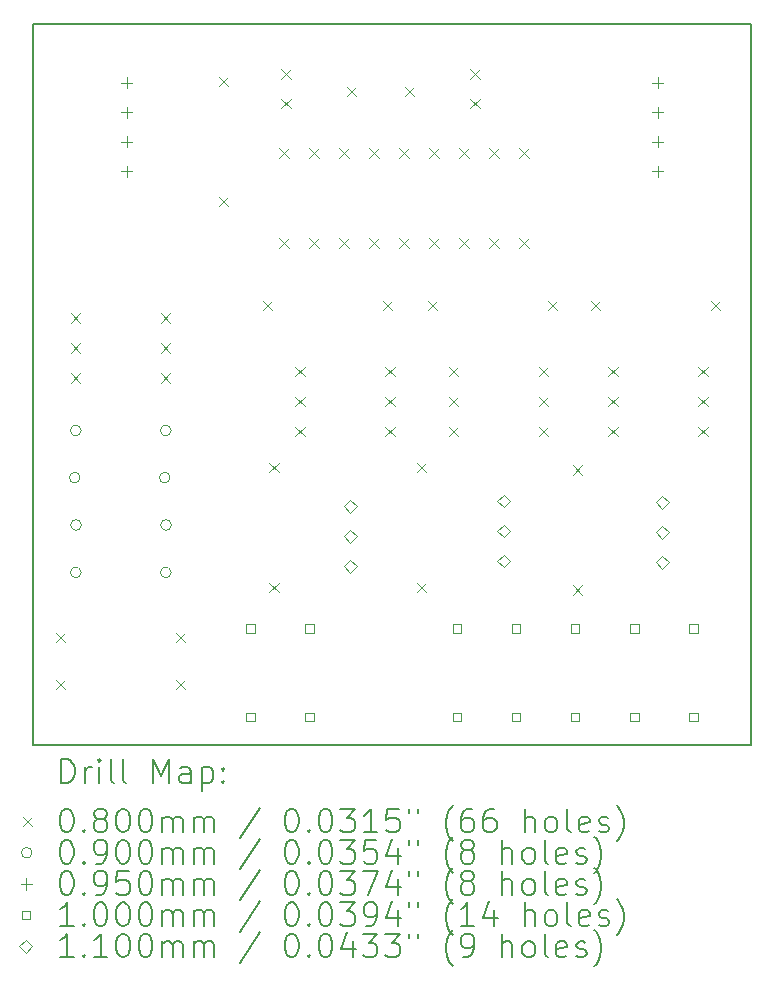
<source format=gbr>
%TF.GenerationSoftware,KiCad,Pcbnew,7.0.1*%
%TF.CreationDate,2023-03-28T23:12:08-03:00*%
%TF.ProjectId,CeilingFanControl,4365696c-696e-4674-9661-6e436f6e7472,rev?*%
%TF.SameCoordinates,Original*%
%TF.FileFunction,Drillmap*%
%TF.FilePolarity,Positive*%
%FSLAX45Y45*%
G04 Gerber Fmt 4.5, Leading zero omitted, Abs format (unit mm)*
G04 Created by KiCad (PCBNEW 7.0.1) date 2023-03-28 23:12:08*
%MOMM*%
%LPD*%
G01*
G04 APERTURE LIST*
%ADD10C,0.200000*%
%ADD11C,0.080000*%
%ADD12C,0.090000*%
%ADD13C,0.095000*%
%ADD14C,0.100000*%
%ADD15C,0.110000*%
G04 APERTURE END LIST*
D10*
X1980000Y-1960000D02*
X8060000Y-1960000D01*
X8060000Y-8060000D01*
X1980000Y-8060000D01*
X1980000Y-1960000D01*
D11*
X2172000Y-7110000D02*
X2252000Y-7190000D01*
X2252000Y-7110000D02*
X2172000Y-7190000D01*
X2172000Y-7510000D02*
X2252000Y-7590000D01*
X2252000Y-7510000D02*
X2172000Y-7590000D01*
X2300000Y-4407500D02*
X2380000Y-4487500D01*
X2380000Y-4407500D02*
X2300000Y-4487500D01*
X2300000Y-4661500D02*
X2380000Y-4741500D01*
X2380000Y-4661500D02*
X2300000Y-4741500D01*
X2300000Y-4915500D02*
X2380000Y-4995500D01*
X2380000Y-4915500D02*
X2300000Y-4995500D01*
X3062000Y-4407500D02*
X3142000Y-4487500D01*
X3142000Y-4407500D02*
X3062000Y-4487500D01*
X3062000Y-4661500D02*
X3142000Y-4741500D01*
X3142000Y-4661500D02*
X3062000Y-4741500D01*
X3062000Y-4915500D02*
X3142000Y-4995500D01*
X3142000Y-4915500D02*
X3062000Y-4995500D01*
X3188000Y-7110000D02*
X3268000Y-7190000D01*
X3268000Y-7110000D02*
X3188000Y-7190000D01*
X3188000Y-7510000D02*
X3268000Y-7590000D01*
X3268000Y-7510000D02*
X3188000Y-7590000D01*
X3550000Y-2402000D02*
X3630000Y-2482000D01*
X3630000Y-2402000D02*
X3550000Y-2482000D01*
X3550000Y-3418000D02*
X3630000Y-3498000D01*
X3630000Y-3418000D02*
X3550000Y-3498000D01*
X3922000Y-4300000D02*
X4002000Y-4380000D01*
X4002000Y-4300000D02*
X3922000Y-4380000D01*
X3980000Y-5672000D02*
X4060000Y-5752000D01*
X4060000Y-5672000D02*
X3980000Y-5752000D01*
X3980000Y-6688000D02*
X4060000Y-6768000D01*
X4060000Y-6688000D02*
X3980000Y-6768000D01*
X4065000Y-3008000D02*
X4145000Y-3088000D01*
X4145000Y-3008000D02*
X4065000Y-3088000D01*
X4065000Y-3770000D02*
X4145000Y-3850000D01*
X4145000Y-3770000D02*
X4065000Y-3850000D01*
X4080000Y-2340000D02*
X4160000Y-2420000D01*
X4160000Y-2340000D02*
X4080000Y-2420000D01*
X4080000Y-2590000D02*
X4160000Y-2670000D01*
X4160000Y-2590000D02*
X4080000Y-2670000D01*
X4200000Y-4857500D02*
X4280000Y-4937500D01*
X4280000Y-4857500D02*
X4200000Y-4937500D01*
X4200000Y-5111500D02*
X4280000Y-5191500D01*
X4280000Y-5111500D02*
X4200000Y-5191500D01*
X4200000Y-5365500D02*
X4280000Y-5445500D01*
X4280000Y-5365500D02*
X4200000Y-5445500D01*
X4319000Y-3008000D02*
X4399000Y-3088000D01*
X4399000Y-3008000D02*
X4319000Y-3088000D01*
X4319000Y-3770000D02*
X4399000Y-3850000D01*
X4399000Y-3770000D02*
X4319000Y-3850000D01*
X4573000Y-3008000D02*
X4653000Y-3088000D01*
X4653000Y-3008000D02*
X4573000Y-3088000D01*
X4573000Y-3770000D02*
X4653000Y-3850000D01*
X4653000Y-3770000D02*
X4573000Y-3850000D01*
X4635000Y-2490000D02*
X4715000Y-2570000D01*
X4715000Y-2490000D02*
X4635000Y-2570000D01*
X4827000Y-3008000D02*
X4907000Y-3088000D01*
X4907000Y-3008000D02*
X4827000Y-3088000D01*
X4827000Y-3770000D02*
X4907000Y-3850000D01*
X4907000Y-3770000D02*
X4827000Y-3850000D01*
X4938000Y-4300000D02*
X5018000Y-4380000D01*
X5018000Y-4300000D02*
X4938000Y-4380000D01*
X4962000Y-4857500D02*
X5042000Y-4937500D01*
X5042000Y-4857500D02*
X4962000Y-4937500D01*
X4962000Y-5111500D02*
X5042000Y-5191500D01*
X5042000Y-5111500D02*
X4962000Y-5191500D01*
X4962000Y-5365500D02*
X5042000Y-5445500D01*
X5042000Y-5365500D02*
X4962000Y-5445500D01*
X5081000Y-3008000D02*
X5161000Y-3088000D01*
X5161000Y-3008000D02*
X5081000Y-3088000D01*
X5081000Y-3770000D02*
X5161000Y-3850000D01*
X5161000Y-3770000D02*
X5081000Y-3850000D01*
X5125000Y-2490000D02*
X5205000Y-2570000D01*
X5205000Y-2490000D02*
X5125000Y-2570000D01*
X5230000Y-5672000D02*
X5310000Y-5752000D01*
X5310000Y-5672000D02*
X5230000Y-5752000D01*
X5230000Y-6688000D02*
X5310000Y-6768000D01*
X5310000Y-6688000D02*
X5230000Y-6768000D01*
X5322000Y-4300000D02*
X5402000Y-4380000D01*
X5402000Y-4300000D02*
X5322000Y-4380000D01*
X5335000Y-3008000D02*
X5415000Y-3088000D01*
X5415000Y-3008000D02*
X5335000Y-3088000D01*
X5335000Y-3770000D02*
X5415000Y-3850000D01*
X5415000Y-3770000D02*
X5335000Y-3850000D01*
X5500000Y-4857500D02*
X5580000Y-4937500D01*
X5580000Y-4857500D02*
X5500000Y-4937500D01*
X5500000Y-5111500D02*
X5580000Y-5191500D01*
X5580000Y-5111500D02*
X5500000Y-5191500D01*
X5500000Y-5365500D02*
X5580000Y-5445500D01*
X5580000Y-5365500D02*
X5500000Y-5445500D01*
X5589000Y-3008000D02*
X5669000Y-3088000D01*
X5669000Y-3008000D02*
X5589000Y-3088000D01*
X5589000Y-3770000D02*
X5669000Y-3850000D01*
X5669000Y-3770000D02*
X5589000Y-3850000D01*
X5680000Y-2340000D02*
X5760000Y-2420000D01*
X5760000Y-2340000D02*
X5680000Y-2420000D01*
X5680000Y-2590000D02*
X5760000Y-2670000D01*
X5760000Y-2590000D02*
X5680000Y-2670000D01*
X5843000Y-3008000D02*
X5923000Y-3088000D01*
X5923000Y-3008000D02*
X5843000Y-3088000D01*
X5843000Y-3770000D02*
X5923000Y-3850000D01*
X5923000Y-3770000D02*
X5843000Y-3850000D01*
X6097000Y-3008000D02*
X6177000Y-3088000D01*
X6177000Y-3008000D02*
X6097000Y-3088000D01*
X6097000Y-3770000D02*
X6177000Y-3850000D01*
X6177000Y-3770000D02*
X6097000Y-3850000D01*
X6262000Y-4857500D02*
X6342000Y-4937500D01*
X6342000Y-4857500D02*
X6262000Y-4937500D01*
X6262000Y-5111500D02*
X6342000Y-5191500D01*
X6342000Y-5111500D02*
X6262000Y-5191500D01*
X6262000Y-5365500D02*
X6342000Y-5445500D01*
X6342000Y-5365500D02*
X6262000Y-5445500D01*
X6338000Y-4300000D02*
X6418000Y-4380000D01*
X6418000Y-4300000D02*
X6338000Y-4380000D01*
X6550000Y-5692000D02*
X6630000Y-5772000D01*
X6630000Y-5692000D02*
X6550000Y-5772000D01*
X6550000Y-6708000D02*
X6630000Y-6788000D01*
X6630000Y-6708000D02*
X6550000Y-6788000D01*
X6702000Y-4300000D02*
X6782000Y-4380000D01*
X6782000Y-4300000D02*
X6702000Y-4380000D01*
X6850000Y-4857500D02*
X6930000Y-4937500D01*
X6930000Y-4857500D02*
X6850000Y-4937500D01*
X6850000Y-5111500D02*
X6930000Y-5191500D01*
X6930000Y-5111500D02*
X6850000Y-5191500D01*
X6850000Y-5365500D02*
X6930000Y-5445500D01*
X6930000Y-5365500D02*
X6850000Y-5445500D01*
X7612000Y-4857500D02*
X7692000Y-4937500D01*
X7692000Y-4857500D02*
X7612000Y-4937500D01*
X7612000Y-5111500D02*
X7692000Y-5191500D01*
X7692000Y-5111500D02*
X7612000Y-5191500D01*
X7612000Y-5365500D02*
X7692000Y-5445500D01*
X7692000Y-5365500D02*
X7612000Y-5445500D01*
X7718000Y-4300000D02*
X7798000Y-4380000D01*
X7798000Y-4300000D02*
X7718000Y-4380000D01*
D12*
X2376000Y-5798000D02*
G75*
G03*
X2376000Y-5798000I-45000J0D01*
G01*
X2385000Y-5399000D02*
G75*
G03*
X2385000Y-5399000I-45000J0D01*
G01*
X2386000Y-6600000D02*
G75*
G03*
X2386000Y-6600000I-45000J0D01*
G01*
X2388000Y-6199000D02*
G75*
G03*
X2388000Y-6199000I-45000J0D01*
G01*
X3138000Y-5798000D02*
G75*
G03*
X3138000Y-5798000I-45000J0D01*
G01*
X3147000Y-5399000D02*
G75*
G03*
X3147000Y-5399000I-45000J0D01*
G01*
X3148000Y-6600000D02*
G75*
G03*
X3148000Y-6600000I-45000J0D01*
G01*
X3150000Y-6199000D02*
G75*
G03*
X3150000Y-6199000I-45000J0D01*
G01*
D13*
X2773250Y-2407500D02*
X2773250Y-2502500D01*
X2725750Y-2455000D02*
X2820750Y-2455000D01*
X2773250Y-2657500D02*
X2773250Y-2752500D01*
X2725750Y-2705000D02*
X2820750Y-2705000D01*
X2773250Y-2907500D02*
X2773250Y-3002500D01*
X2725750Y-2955000D02*
X2820750Y-2955000D01*
X2773250Y-3157500D02*
X2773250Y-3252500D01*
X2725750Y-3205000D02*
X2820750Y-3205000D01*
X7266750Y-2407500D02*
X7266750Y-2502500D01*
X7219250Y-2455000D02*
X7314250Y-2455000D01*
X7266750Y-2657500D02*
X7266750Y-2752500D01*
X7219250Y-2705000D02*
X7314250Y-2705000D01*
X7266750Y-2907500D02*
X7266750Y-3002500D01*
X7219250Y-2955000D02*
X7314250Y-2955000D01*
X7266750Y-3157500D02*
X7266750Y-3252500D01*
X7219250Y-3205000D02*
X7314250Y-3205000D01*
D14*
X3855356Y-7109356D02*
X3855356Y-7038644D01*
X3784644Y-7038644D01*
X3784644Y-7109356D01*
X3855356Y-7109356D01*
X3855356Y-7861356D02*
X3855356Y-7790644D01*
X3784644Y-7790644D01*
X3784644Y-7861356D01*
X3855356Y-7861356D01*
X4355356Y-7109356D02*
X4355356Y-7038644D01*
X4284644Y-7038644D01*
X4284644Y-7109356D01*
X4355356Y-7109356D01*
X4355356Y-7861356D02*
X4355356Y-7790644D01*
X4284644Y-7790644D01*
X4284644Y-7861356D01*
X4355356Y-7861356D01*
X5605356Y-7109356D02*
X5605356Y-7038644D01*
X5534644Y-7038644D01*
X5534644Y-7109356D01*
X5605356Y-7109356D01*
X5605356Y-7861356D02*
X5605356Y-7790644D01*
X5534644Y-7790644D01*
X5534644Y-7861356D01*
X5605356Y-7861356D01*
X6105356Y-7109356D02*
X6105356Y-7038644D01*
X6034644Y-7038644D01*
X6034644Y-7109356D01*
X6105356Y-7109356D01*
X6105356Y-7861356D02*
X6105356Y-7790644D01*
X6034644Y-7790644D01*
X6034644Y-7861356D01*
X6105356Y-7861356D01*
X6605356Y-7109356D02*
X6605356Y-7038644D01*
X6534644Y-7038644D01*
X6534644Y-7109356D01*
X6605356Y-7109356D01*
X6605356Y-7861356D02*
X6605356Y-7790644D01*
X6534644Y-7790644D01*
X6534644Y-7861356D01*
X6605356Y-7861356D01*
X7105356Y-7109356D02*
X7105356Y-7038644D01*
X7034644Y-7038644D01*
X7034644Y-7109356D01*
X7105356Y-7109356D01*
X7105356Y-7861356D02*
X7105356Y-7790644D01*
X7034644Y-7790644D01*
X7034644Y-7861356D01*
X7105356Y-7861356D01*
X7605356Y-7109356D02*
X7605356Y-7038644D01*
X7534644Y-7038644D01*
X7534644Y-7109356D01*
X7605356Y-7109356D01*
X7605356Y-7861356D02*
X7605356Y-7790644D01*
X7534644Y-7790644D01*
X7534644Y-7861356D01*
X7605356Y-7861356D01*
D15*
X4664500Y-6097000D02*
X4719500Y-6042000D01*
X4664500Y-5987000D01*
X4609500Y-6042000D01*
X4664500Y-6097000D01*
X4664500Y-6351000D02*
X4719500Y-6296000D01*
X4664500Y-6241000D01*
X4609500Y-6296000D01*
X4664500Y-6351000D01*
X4664500Y-6605000D02*
X4719500Y-6550000D01*
X4664500Y-6495000D01*
X4609500Y-6550000D01*
X4664500Y-6605000D01*
X5964500Y-6051000D02*
X6019500Y-5996000D01*
X5964500Y-5941000D01*
X5909500Y-5996000D01*
X5964500Y-6051000D01*
X5964500Y-6305000D02*
X6019500Y-6250000D01*
X5964500Y-6195000D01*
X5909500Y-6250000D01*
X5964500Y-6305000D01*
X5964500Y-6559000D02*
X6019500Y-6504000D01*
X5964500Y-6449000D01*
X5909500Y-6504000D01*
X5964500Y-6559000D01*
X7304500Y-6061000D02*
X7359500Y-6006000D01*
X7304500Y-5951000D01*
X7249500Y-6006000D01*
X7304500Y-6061000D01*
X7304500Y-6315000D02*
X7359500Y-6260000D01*
X7304500Y-6205000D01*
X7249500Y-6260000D01*
X7304500Y-6315000D01*
X7304500Y-6569000D02*
X7359500Y-6514000D01*
X7304500Y-6459000D01*
X7249500Y-6514000D01*
X7304500Y-6569000D01*
D10*
X2217619Y-8382524D02*
X2217619Y-8182524D01*
X2217619Y-8182524D02*
X2265238Y-8182524D01*
X2265238Y-8182524D02*
X2293810Y-8192048D01*
X2293810Y-8192048D02*
X2312857Y-8211095D01*
X2312857Y-8211095D02*
X2322381Y-8230143D01*
X2322381Y-8230143D02*
X2331905Y-8268238D01*
X2331905Y-8268238D02*
X2331905Y-8296809D01*
X2331905Y-8296809D02*
X2322381Y-8334905D01*
X2322381Y-8334905D02*
X2312857Y-8353952D01*
X2312857Y-8353952D02*
X2293810Y-8373000D01*
X2293810Y-8373000D02*
X2265238Y-8382524D01*
X2265238Y-8382524D02*
X2217619Y-8382524D01*
X2417619Y-8382524D02*
X2417619Y-8249190D01*
X2417619Y-8287286D02*
X2427143Y-8268238D01*
X2427143Y-8268238D02*
X2436667Y-8258714D01*
X2436667Y-8258714D02*
X2455714Y-8249190D01*
X2455714Y-8249190D02*
X2474762Y-8249190D01*
X2541429Y-8382524D02*
X2541429Y-8249190D01*
X2541429Y-8182524D02*
X2531905Y-8192048D01*
X2531905Y-8192048D02*
X2541429Y-8201571D01*
X2541429Y-8201571D02*
X2550952Y-8192048D01*
X2550952Y-8192048D02*
X2541429Y-8182524D01*
X2541429Y-8182524D02*
X2541429Y-8201571D01*
X2665238Y-8382524D02*
X2646190Y-8373000D01*
X2646190Y-8373000D02*
X2636667Y-8353952D01*
X2636667Y-8353952D02*
X2636667Y-8182524D01*
X2770000Y-8382524D02*
X2750952Y-8373000D01*
X2750952Y-8373000D02*
X2741429Y-8353952D01*
X2741429Y-8353952D02*
X2741429Y-8182524D01*
X2998571Y-8382524D02*
X2998571Y-8182524D01*
X2998571Y-8182524D02*
X3065238Y-8325381D01*
X3065238Y-8325381D02*
X3131905Y-8182524D01*
X3131905Y-8182524D02*
X3131905Y-8382524D01*
X3312857Y-8382524D02*
X3312857Y-8277762D01*
X3312857Y-8277762D02*
X3303333Y-8258714D01*
X3303333Y-8258714D02*
X3284286Y-8249190D01*
X3284286Y-8249190D02*
X3246190Y-8249190D01*
X3246190Y-8249190D02*
X3227143Y-8258714D01*
X3312857Y-8373000D02*
X3293809Y-8382524D01*
X3293809Y-8382524D02*
X3246190Y-8382524D01*
X3246190Y-8382524D02*
X3227143Y-8373000D01*
X3227143Y-8373000D02*
X3217619Y-8353952D01*
X3217619Y-8353952D02*
X3217619Y-8334905D01*
X3217619Y-8334905D02*
X3227143Y-8315857D01*
X3227143Y-8315857D02*
X3246190Y-8306333D01*
X3246190Y-8306333D02*
X3293809Y-8306333D01*
X3293809Y-8306333D02*
X3312857Y-8296809D01*
X3408095Y-8249190D02*
X3408095Y-8449190D01*
X3408095Y-8258714D02*
X3427143Y-8249190D01*
X3427143Y-8249190D02*
X3465238Y-8249190D01*
X3465238Y-8249190D02*
X3484286Y-8258714D01*
X3484286Y-8258714D02*
X3493809Y-8268238D01*
X3493809Y-8268238D02*
X3503333Y-8287286D01*
X3503333Y-8287286D02*
X3503333Y-8344428D01*
X3503333Y-8344428D02*
X3493809Y-8363476D01*
X3493809Y-8363476D02*
X3484286Y-8373000D01*
X3484286Y-8373000D02*
X3465238Y-8382524D01*
X3465238Y-8382524D02*
X3427143Y-8382524D01*
X3427143Y-8382524D02*
X3408095Y-8373000D01*
X3589048Y-8363476D02*
X3598571Y-8373000D01*
X3598571Y-8373000D02*
X3589048Y-8382524D01*
X3589048Y-8382524D02*
X3579524Y-8373000D01*
X3579524Y-8373000D02*
X3589048Y-8363476D01*
X3589048Y-8363476D02*
X3589048Y-8382524D01*
X3589048Y-8258714D02*
X3598571Y-8268238D01*
X3598571Y-8268238D02*
X3589048Y-8277762D01*
X3589048Y-8277762D02*
X3579524Y-8268238D01*
X3579524Y-8268238D02*
X3589048Y-8258714D01*
X3589048Y-8258714D02*
X3589048Y-8277762D01*
D11*
X1890000Y-8670000D02*
X1970000Y-8750000D01*
X1970000Y-8670000D02*
X1890000Y-8750000D01*
D10*
X2255714Y-8602524D02*
X2274762Y-8602524D01*
X2274762Y-8602524D02*
X2293810Y-8612048D01*
X2293810Y-8612048D02*
X2303333Y-8621571D01*
X2303333Y-8621571D02*
X2312857Y-8640619D01*
X2312857Y-8640619D02*
X2322381Y-8678714D01*
X2322381Y-8678714D02*
X2322381Y-8726333D01*
X2322381Y-8726333D02*
X2312857Y-8764429D01*
X2312857Y-8764429D02*
X2303333Y-8783476D01*
X2303333Y-8783476D02*
X2293810Y-8793000D01*
X2293810Y-8793000D02*
X2274762Y-8802524D01*
X2274762Y-8802524D02*
X2255714Y-8802524D01*
X2255714Y-8802524D02*
X2236667Y-8793000D01*
X2236667Y-8793000D02*
X2227143Y-8783476D01*
X2227143Y-8783476D02*
X2217619Y-8764429D01*
X2217619Y-8764429D02*
X2208095Y-8726333D01*
X2208095Y-8726333D02*
X2208095Y-8678714D01*
X2208095Y-8678714D02*
X2217619Y-8640619D01*
X2217619Y-8640619D02*
X2227143Y-8621571D01*
X2227143Y-8621571D02*
X2236667Y-8612048D01*
X2236667Y-8612048D02*
X2255714Y-8602524D01*
X2408095Y-8783476D02*
X2417619Y-8793000D01*
X2417619Y-8793000D02*
X2408095Y-8802524D01*
X2408095Y-8802524D02*
X2398571Y-8793000D01*
X2398571Y-8793000D02*
X2408095Y-8783476D01*
X2408095Y-8783476D02*
X2408095Y-8802524D01*
X2531905Y-8688238D02*
X2512857Y-8678714D01*
X2512857Y-8678714D02*
X2503333Y-8669190D01*
X2503333Y-8669190D02*
X2493810Y-8650143D01*
X2493810Y-8650143D02*
X2493810Y-8640619D01*
X2493810Y-8640619D02*
X2503333Y-8621571D01*
X2503333Y-8621571D02*
X2512857Y-8612048D01*
X2512857Y-8612048D02*
X2531905Y-8602524D01*
X2531905Y-8602524D02*
X2570000Y-8602524D01*
X2570000Y-8602524D02*
X2589048Y-8612048D01*
X2589048Y-8612048D02*
X2598571Y-8621571D01*
X2598571Y-8621571D02*
X2608095Y-8640619D01*
X2608095Y-8640619D02*
X2608095Y-8650143D01*
X2608095Y-8650143D02*
X2598571Y-8669190D01*
X2598571Y-8669190D02*
X2589048Y-8678714D01*
X2589048Y-8678714D02*
X2570000Y-8688238D01*
X2570000Y-8688238D02*
X2531905Y-8688238D01*
X2531905Y-8688238D02*
X2512857Y-8697762D01*
X2512857Y-8697762D02*
X2503333Y-8707286D01*
X2503333Y-8707286D02*
X2493810Y-8726333D01*
X2493810Y-8726333D02*
X2493810Y-8764429D01*
X2493810Y-8764429D02*
X2503333Y-8783476D01*
X2503333Y-8783476D02*
X2512857Y-8793000D01*
X2512857Y-8793000D02*
X2531905Y-8802524D01*
X2531905Y-8802524D02*
X2570000Y-8802524D01*
X2570000Y-8802524D02*
X2589048Y-8793000D01*
X2589048Y-8793000D02*
X2598571Y-8783476D01*
X2598571Y-8783476D02*
X2608095Y-8764429D01*
X2608095Y-8764429D02*
X2608095Y-8726333D01*
X2608095Y-8726333D02*
X2598571Y-8707286D01*
X2598571Y-8707286D02*
X2589048Y-8697762D01*
X2589048Y-8697762D02*
X2570000Y-8688238D01*
X2731905Y-8602524D02*
X2750952Y-8602524D01*
X2750952Y-8602524D02*
X2770000Y-8612048D01*
X2770000Y-8612048D02*
X2779524Y-8621571D01*
X2779524Y-8621571D02*
X2789048Y-8640619D01*
X2789048Y-8640619D02*
X2798571Y-8678714D01*
X2798571Y-8678714D02*
X2798571Y-8726333D01*
X2798571Y-8726333D02*
X2789048Y-8764429D01*
X2789048Y-8764429D02*
X2779524Y-8783476D01*
X2779524Y-8783476D02*
X2770000Y-8793000D01*
X2770000Y-8793000D02*
X2750952Y-8802524D01*
X2750952Y-8802524D02*
X2731905Y-8802524D01*
X2731905Y-8802524D02*
X2712857Y-8793000D01*
X2712857Y-8793000D02*
X2703333Y-8783476D01*
X2703333Y-8783476D02*
X2693810Y-8764429D01*
X2693810Y-8764429D02*
X2684286Y-8726333D01*
X2684286Y-8726333D02*
X2684286Y-8678714D01*
X2684286Y-8678714D02*
X2693810Y-8640619D01*
X2693810Y-8640619D02*
X2703333Y-8621571D01*
X2703333Y-8621571D02*
X2712857Y-8612048D01*
X2712857Y-8612048D02*
X2731905Y-8602524D01*
X2922381Y-8602524D02*
X2941429Y-8602524D01*
X2941429Y-8602524D02*
X2960476Y-8612048D01*
X2960476Y-8612048D02*
X2970000Y-8621571D01*
X2970000Y-8621571D02*
X2979524Y-8640619D01*
X2979524Y-8640619D02*
X2989048Y-8678714D01*
X2989048Y-8678714D02*
X2989048Y-8726333D01*
X2989048Y-8726333D02*
X2979524Y-8764429D01*
X2979524Y-8764429D02*
X2970000Y-8783476D01*
X2970000Y-8783476D02*
X2960476Y-8793000D01*
X2960476Y-8793000D02*
X2941429Y-8802524D01*
X2941429Y-8802524D02*
X2922381Y-8802524D01*
X2922381Y-8802524D02*
X2903333Y-8793000D01*
X2903333Y-8793000D02*
X2893809Y-8783476D01*
X2893809Y-8783476D02*
X2884286Y-8764429D01*
X2884286Y-8764429D02*
X2874762Y-8726333D01*
X2874762Y-8726333D02*
X2874762Y-8678714D01*
X2874762Y-8678714D02*
X2884286Y-8640619D01*
X2884286Y-8640619D02*
X2893809Y-8621571D01*
X2893809Y-8621571D02*
X2903333Y-8612048D01*
X2903333Y-8612048D02*
X2922381Y-8602524D01*
X3074762Y-8802524D02*
X3074762Y-8669190D01*
X3074762Y-8688238D02*
X3084286Y-8678714D01*
X3084286Y-8678714D02*
X3103333Y-8669190D01*
X3103333Y-8669190D02*
X3131905Y-8669190D01*
X3131905Y-8669190D02*
X3150952Y-8678714D01*
X3150952Y-8678714D02*
X3160476Y-8697762D01*
X3160476Y-8697762D02*
X3160476Y-8802524D01*
X3160476Y-8697762D02*
X3170000Y-8678714D01*
X3170000Y-8678714D02*
X3189048Y-8669190D01*
X3189048Y-8669190D02*
X3217619Y-8669190D01*
X3217619Y-8669190D02*
X3236667Y-8678714D01*
X3236667Y-8678714D02*
X3246190Y-8697762D01*
X3246190Y-8697762D02*
X3246190Y-8802524D01*
X3341429Y-8802524D02*
X3341429Y-8669190D01*
X3341429Y-8688238D02*
X3350952Y-8678714D01*
X3350952Y-8678714D02*
X3370000Y-8669190D01*
X3370000Y-8669190D02*
X3398571Y-8669190D01*
X3398571Y-8669190D02*
X3417619Y-8678714D01*
X3417619Y-8678714D02*
X3427143Y-8697762D01*
X3427143Y-8697762D02*
X3427143Y-8802524D01*
X3427143Y-8697762D02*
X3436667Y-8678714D01*
X3436667Y-8678714D02*
X3455714Y-8669190D01*
X3455714Y-8669190D02*
X3484286Y-8669190D01*
X3484286Y-8669190D02*
X3503333Y-8678714D01*
X3503333Y-8678714D02*
X3512857Y-8697762D01*
X3512857Y-8697762D02*
X3512857Y-8802524D01*
X3903333Y-8593000D02*
X3731905Y-8850143D01*
X4160476Y-8602524D02*
X4179524Y-8602524D01*
X4179524Y-8602524D02*
X4198572Y-8612048D01*
X4198572Y-8612048D02*
X4208095Y-8621571D01*
X4208095Y-8621571D02*
X4217619Y-8640619D01*
X4217619Y-8640619D02*
X4227143Y-8678714D01*
X4227143Y-8678714D02*
X4227143Y-8726333D01*
X4227143Y-8726333D02*
X4217619Y-8764429D01*
X4217619Y-8764429D02*
X4208095Y-8783476D01*
X4208095Y-8783476D02*
X4198572Y-8793000D01*
X4198572Y-8793000D02*
X4179524Y-8802524D01*
X4179524Y-8802524D02*
X4160476Y-8802524D01*
X4160476Y-8802524D02*
X4141429Y-8793000D01*
X4141429Y-8793000D02*
X4131905Y-8783476D01*
X4131905Y-8783476D02*
X4122381Y-8764429D01*
X4122381Y-8764429D02*
X4112857Y-8726333D01*
X4112857Y-8726333D02*
X4112857Y-8678714D01*
X4112857Y-8678714D02*
X4122381Y-8640619D01*
X4122381Y-8640619D02*
X4131905Y-8621571D01*
X4131905Y-8621571D02*
X4141429Y-8612048D01*
X4141429Y-8612048D02*
X4160476Y-8602524D01*
X4312857Y-8783476D02*
X4322381Y-8793000D01*
X4322381Y-8793000D02*
X4312857Y-8802524D01*
X4312857Y-8802524D02*
X4303334Y-8793000D01*
X4303334Y-8793000D02*
X4312857Y-8783476D01*
X4312857Y-8783476D02*
X4312857Y-8802524D01*
X4446191Y-8602524D02*
X4465238Y-8602524D01*
X4465238Y-8602524D02*
X4484286Y-8612048D01*
X4484286Y-8612048D02*
X4493810Y-8621571D01*
X4493810Y-8621571D02*
X4503334Y-8640619D01*
X4503334Y-8640619D02*
X4512857Y-8678714D01*
X4512857Y-8678714D02*
X4512857Y-8726333D01*
X4512857Y-8726333D02*
X4503334Y-8764429D01*
X4503334Y-8764429D02*
X4493810Y-8783476D01*
X4493810Y-8783476D02*
X4484286Y-8793000D01*
X4484286Y-8793000D02*
X4465238Y-8802524D01*
X4465238Y-8802524D02*
X4446191Y-8802524D01*
X4446191Y-8802524D02*
X4427143Y-8793000D01*
X4427143Y-8793000D02*
X4417619Y-8783476D01*
X4417619Y-8783476D02*
X4408095Y-8764429D01*
X4408095Y-8764429D02*
X4398572Y-8726333D01*
X4398572Y-8726333D02*
X4398572Y-8678714D01*
X4398572Y-8678714D02*
X4408095Y-8640619D01*
X4408095Y-8640619D02*
X4417619Y-8621571D01*
X4417619Y-8621571D02*
X4427143Y-8612048D01*
X4427143Y-8612048D02*
X4446191Y-8602524D01*
X4579524Y-8602524D02*
X4703334Y-8602524D01*
X4703334Y-8602524D02*
X4636667Y-8678714D01*
X4636667Y-8678714D02*
X4665238Y-8678714D01*
X4665238Y-8678714D02*
X4684286Y-8688238D01*
X4684286Y-8688238D02*
X4693810Y-8697762D01*
X4693810Y-8697762D02*
X4703334Y-8716810D01*
X4703334Y-8716810D02*
X4703334Y-8764429D01*
X4703334Y-8764429D02*
X4693810Y-8783476D01*
X4693810Y-8783476D02*
X4684286Y-8793000D01*
X4684286Y-8793000D02*
X4665238Y-8802524D01*
X4665238Y-8802524D02*
X4608095Y-8802524D01*
X4608095Y-8802524D02*
X4589048Y-8793000D01*
X4589048Y-8793000D02*
X4579524Y-8783476D01*
X4893810Y-8802524D02*
X4779524Y-8802524D01*
X4836667Y-8802524D02*
X4836667Y-8602524D01*
X4836667Y-8602524D02*
X4817619Y-8631095D01*
X4817619Y-8631095D02*
X4798572Y-8650143D01*
X4798572Y-8650143D02*
X4779524Y-8659667D01*
X5074762Y-8602524D02*
X4979524Y-8602524D01*
X4979524Y-8602524D02*
X4970000Y-8697762D01*
X4970000Y-8697762D02*
X4979524Y-8688238D01*
X4979524Y-8688238D02*
X4998572Y-8678714D01*
X4998572Y-8678714D02*
X5046191Y-8678714D01*
X5046191Y-8678714D02*
X5065238Y-8688238D01*
X5065238Y-8688238D02*
X5074762Y-8697762D01*
X5074762Y-8697762D02*
X5084286Y-8716810D01*
X5084286Y-8716810D02*
X5084286Y-8764429D01*
X5084286Y-8764429D02*
X5074762Y-8783476D01*
X5074762Y-8783476D02*
X5065238Y-8793000D01*
X5065238Y-8793000D02*
X5046191Y-8802524D01*
X5046191Y-8802524D02*
X4998572Y-8802524D01*
X4998572Y-8802524D02*
X4979524Y-8793000D01*
X4979524Y-8793000D02*
X4970000Y-8783476D01*
X5160476Y-8602524D02*
X5160476Y-8640619D01*
X5236667Y-8602524D02*
X5236667Y-8640619D01*
X5531905Y-8878714D02*
X5522381Y-8869190D01*
X5522381Y-8869190D02*
X5503334Y-8840619D01*
X5503334Y-8840619D02*
X5493810Y-8821571D01*
X5493810Y-8821571D02*
X5484286Y-8793000D01*
X5484286Y-8793000D02*
X5474762Y-8745381D01*
X5474762Y-8745381D02*
X5474762Y-8707286D01*
X5474762Y-8707286D02*
X5484286Y-8659667D01*
X5484286Y-8659667D02*
X5493810Y-8631095D01*
X5493810Y-8631095D02*
X5503334Y-8612048D01*
X5503334Y-8612048D02*
X5522381Y-8583476D01*
X5522381Y-8583476D02*
X5531905Y-8573952D01*
X5693810Y-8602524D02*
X5655714Y-8602524D01*
X5655714Y-8602524D02*
X5636667Y-8612048D01*
X5636667Y-8612048D02*
X5627143Y-8621571D01*
X5627143Y-8621571D02*
X5608095Y-8650143D01*
X5608095Y-8650143D02*
X5598572Y-8688238D01*
X5598572Y-8688238D02*
X5598572Y-8764429D01*
X5598572Y-8764429D02*
X5608095Y-8783476D01*
X5608095Y-8783476D02*
X5617619Y-8793000D01*
X5617619Y-8793000D02*
X5636667Y-8802524D01*
X5636667Y-8802524D02*
X5674762Y-8802524D01*
X5674762Y-8802524D02*
X5693810Y-8793000D01*
X5693810Y-8793000D02*
X5703334Y-8783476D01*
X5703334Y-8783476D02*
X5712857Y-8764429D01*
X5712857Y-8764429D02*
X5712857Y-8716810D01*
X5712857Y-8716810D02*
X5703334Y-8697762D01*
X5703334Y-8697762D02*
X5693810Y-8688238D01*
X5693810Y-8688238D02*
X5674762Y-8678714D01*
X5674762Y-8678714D02*
X5636667Y-8678714D01*
X5636667Y-8678714D02*
X5617619Y-8688238D01*
X5617619Y-8688238D02*
X5608095Y-8697762D01*
X5608095Y-8697762D02*
X5598572Y-8716810D01*
X5884286Y-8602524D02*
X5846191Y-8602524D01*
X5846191Y-8602524D02*
X5827143Y-8612048D01*
X5827143Y-8612048D02*
X5817619Y-8621571D01*
X5817619Y-8621571D02*
X5798572Y-8650143D01*
X5798572Y-8650143D02*
X5789048Y-8688238D01*
X5789048Y-8688238D02*
X5789048Y-8764429D01*
X5789048Y-8764429D02*
X5798572Y-8783476D01*
X5798572Y-8783476D02*
X5808095Y-8793000D01*
X5808095Y-8793000D02*
X5827143Y-8802524D01*
X5827143Y-8802524D02*
X5865238Y-8802524D01*
X5865238Y-8802524D02*
X5884286Y-8793000D01*
X5884286Y-8793000D02*
X5893810Y-8783476D01*
X5893810Y-8783476D02*
X5903334Y-8764429D01*
X5903334Y-8764429D02*
X5903334Y-8716810D01*
X5903334Y-8716810D02*
X5893810Y-8697762D01*
X5893810Y-8697762D02*
X5884286Y-8688238D01*
X5884286Y-8688238D02*
X5865238Y-8678714D01*
X5865238Y-8678714D02*
X5827143Y-8678714D01*
X5827143Y-8678714D02*
X5808095Y-8688238D01*
X5808095Y-8688238D02*
X5798572Y-8697762D01*
X5798572Y-8697762D02*
X5789048Y-8716810D01*
X6141429Y-8802524D02*
X6141429Y-8602524D01*
X6227143Y-8802524D02*
X6227143Y-8697762D01*
X6227143Y-8697762D02*
X6217619Y-8678714D01*
X6217619Y-8678714D02*
X6198572Y-8669190D01*
X6198572Y-8669190D02*
X6170000Y-8669190D01*
X6170000Y-8669190D02*
X6150953Y-8678714D01*
X6150953Y-8678714D02*
X6141429Y-8688238D01*
X6350953Y-8802524D02*
X6331905Y-8793000D01*
X6331905Y-8793000D02*
X6322381Y-8783476D01*
X6322381Y-8783476D02*
X6312857Y-8764429D01*
X6312857Y-8764429D02*
X6312857Y-8707286D01*
X6312857Y-8707286D02*
X6322381Y-8688238D01*
X6322381Y-8688238D02*
X6331905Y-8678714D01*
X6331905Y-8678714D02*
X6350953Y-8669190D01*
X6350953Y-8669190D02*
X6379524Y-8669190D01*
X6379524Y-8669190D02*
X6398572Y-8678714D01*
X6398572Y-8678714D02*
X6408096Y-8688238D01*
X6408096Y-8688238D02*
X6417619Y-8707286D01*
X6417619Y-8707286D02*
X6417619Y-8764429D01*
X6417619Y-8764429D02*
X6408096Y-8783476D01*
X6408096Y-8783476D02*
X6398572Y-8793000D01*
X6398572Y-8793000D02*
X6379524Y-8802524D01*
X6379524Y-8802524D02*
X6350953Y-8802524D01*
X6531905Y-8802524D02*
X6512857Y-8793000D01*
X6512857Y-8793000D02*
X6503334Y-8773952D01*
X6503334Y-8773952D02*
X6503334Y-8602524D01*
X6684286Y-8793000D02*
X6665238Y-8802524D01*
X6665238Y-8802524D02*
X6627143Y-8802524D01*
X6627143Y-8802524D02*
X6608096Y-8793000D01*
X6608096Y-8793000D02*
X6598572Y-8773952D01*
X6598572Y-8773952D02*
X6598572Y-8697762D01*
X6598572Y-8697762D02*
X6608096Y-8678714D01*
X6608096Y-8678714D02*
X6627143Y-8669190D01*
X6627143Y-8669190D02*
X6665238Y-8669190D01*
X6665238Y-8669190D02*
X6684286Y-8678714D01*
X6684286Y-8678714D02*
X6693810Y-8697762D01*
X6693810Y-8697762D02*
X6693810Y-8716810D01*
X6693810Y-8716810D02*
X6598572Y-8735857D01*
X6770000Y-8793000D02*
X6789048Y-8802524D01*
X6789048Y-8802524D02*
X6827143Y-8802524D01*
X6827143Y-8802524D02*
X6846191Y-8793000D01*
X6846191Y-8793000D02*
X6855715Y-8773952D01*
X6855715Y-8773952D02*
X6855715Y-8764429D01*
X6855715Y-8764429D02*
X6846191Y-8745381D01*
X6846191Y-8745381D02*
X6827143Y-8735857D01*
X6827143Y-8735857D02*
X6798572Y-8735857D01*
X6798572Y-8735857D02*
X6779524Y-8726333D01*
X6779524Y-8726333D02*
X6770000Y-8707286D01*
X6770000Y-8707286D02*
X6770000Y-8697762D01*
X6770000Y-8697762D02*
X6779524Y-8678714D01*
X6779524Y-8678714D02*
X6798572Y-8669190D01*
X6798572Y-8669190D02*
X6827143Y-8669190D01*
X6827143Y-8669190D02*
X6846191Y-8678714D01*
X6922381Y-8878714D02*
X6931905Y-8869190D01*
X6931905Y-8869190D02*
X6950953Y-8840619D01*
X6950953Y-8840619D02*
X6960477Y-8821571D01*
X6960477Y-8821571D02*
X6970000Y-8793000D01*
X6970000Y-8793000D02*
X6979524Y-8745381D01*
X6979524Y-8745381D02*
X6979524Y-8707286D01*
X6979524Y-8707286D02*
X6970000Y-8659667D01*
X6970000Y-8659667D02*
X6960477Y-8631095D01*
X6960477Y-8631095D02*
X6950953Y-8612048D01*
X6950953Y-8612048D02*
X6931905Y-8583476D01*
X6931905Y-8583476D02*
X6922381Y-8573952D01*
D12*
X1970000Y-8974000D02*
G75*
G03*
X1970000Y-8974000I-45000J0D01*
G01*
D10*
X2255714Y-8866524D02*
X2274762Y-8866524D01*
X2274762Y-8866524D02*
X2293810Y-8876048D01*
X2293810Y-8876048D02*
X2303333Y-8885571D01*
X2303333Y-8885571D02*
X2312857Y-8904619D01*
X2312857Y-8904619D02*
X2322381Y-8942714D01*
X2322381Y-8942714D02*
X2322381Y-8990333D01*
X2322381Y-8990333D02*
X2312857Y-9028429D01*
X2312857Y-9028429D02*
X2303333Y-9047476D01*
X2303333Y-9047476D02*
X2293810Y-9057000D01*
X2293810Y-9057000D02*
X2274762Y-9066524D01*
X2274762Y-9066524D02*
X2255714Y-9066524D01*
X2255714Y-9066524D02*
X2236667Y-9057000D01*
X2236667Y-9057000D02*
X2227143Y-9047476D01*
X2227143Y-9047476D02*
X2217619Y-9028429D01*
X2217619Y-9028429D02*
X2208095Y-8990333D01*
X2208095Y-8990333D02*
X2208095Y-8942714D01*
X2208095Y-8942714D02*
X2217619Y-8904619D01*
X2217619Y-8904619D02*
X2227143Y-8885571D01*
X2227143Y-8885571D02*
X2236667Y-8876048D01*
X2236667Y-8876048D02*
X2255714Y-8866524D01*
X2408095Y-9047476D02*
X2417619Y-9057000D01*
X2417619Y-9057000D02*
X2408095Y-9066524D01*
X2408095Y-9066524D02*
X2398571Y-9057000D01*
X2398571Y-9057000D02*
X2408095Y-9047476D01*
X2408095Y-9047476D02*
X2408095Y-9066524D01*
X2512857Y-9066524D02*
X2550952Y-9066524D01*
X2550952Y-9066524D02*
X2570000Y-9057000D01*
X2570000Y-9057000D02*
X2579524Y-9047476D01*
X2579524Y-9047476D02*
X2598571Y-9018905D01*
X2598571Y-9018905D02*
X2608095Y-8980810D01*
X2608095Y-8980810D02*
X2608095Y-8904619D01*
X2608095Y-8904619D02*
X2598571Y-8885571D01*
X2598571Y-8885571D02*
X2589048Y-8876048D01*
X2589048Y-8876048D02*
X2570000Y-8866524D01*
X2570000Y-8866524D02*
X2531905Y-8866524D01*
X2531905Y-8866524D02*
X2512857Y-8876048D01*
X2512857Y-8876048D02*
X2503333Y-8885571D01*
X2503333Y-8885571D02*
X2493810Y-8904619D01*
X2493810Y-8904619D02*
X2493810Y-8952238D01*
X2493810Y-8952238D02*
X2503333Y-8971286D01*
X2503333Y-8971286D02*
X2512857Y-8980810D01*
X2512857Y-8980810D02*
X2531905Y-8990333D01*
X2531905Y-8990333D02*
X2570000Y-8990333D01*
X2570000Y-8990333D02*
X2589048Y-8980810D01*
X2589048Y-8980810D02*
X2598571Y-8971286D01*
X2598571Y-8971286D02*
X2608095Y-8952238D01*
X2731905Y-8866524D02*
X2750952Y-8866524D01*
X2750952Y-8866524D02*
X2770000Y-8876048D01*
X2770000Y-8876048D02*
X2779524Y-8885571D01*
X2779524Y-8885571D02*
X2789048Y-8904619D01*
X2789048Y-8904619D02*
X2798571Y-8942714D01*
X2798571Y-8942714D02*
X2798571Y-8990333D01*
X2798571Y-8990333D02*
X2789048Y-9028429D01*
X2789048Y-9028429D02*
X2779524Y-9047476D01*
X2779524Y-9047476D02*
X2770000Y-9057000D01*
X2770000Y-9057000D02*
X2750952Y-9066524D01*
X2750952Y-9066524D02*
X2731905Y-9066524D01*
X2731905Y-9066524D02*
X2712857Y-9057000D01*
X2712857Y-9057000D02*
X2703333Y-9047476D01*
X2703333Y-9047476D02*
X2693810Y-9028429D01*
X2693810Y-9028429D02*
X2684286Y-8990333D01*
X2684286Y-8990333D02*
X2684286Y-8942714D01*
X2684286Y-8942714D02*
X2693810Y-8904619D01*
X2693810Y-8904619D02*
X2703333Y-8885571D01*
X2703333Y-8885571D02*
X2712857Y-8876048D01*
X2712857Y-8876048D02*
X2731905Y-8866524D01*
X2922381Y-8866524D02*
X2941429Y-8866524D01*
X2941429Y-8866524D02*
X2960476Y-8876048D01*
X2960476Y-8876048D02*
X2970000Y-8885571D01*
X2970000Y-8885571D02*
X2979524Y-8904619D01*
X2979524Y-8904619D02*
X2989048Y-8942714D01*
X2989048Y-8942714D02*
X2989048Y-8990333D01*
X2989048Y-8990333D02*
X2979524Y-9028429D01*
X2979524Y-9028429D02*
X2970000Y-9047476D01*
X2970000Y-9047476D02*
X2960476Y-9057000D01*
X2960476Y-9057000D02*
X2941429Y-9066524D01*
X2941429Y-9066524D02*
X2922381Y-9066524D01*
X2922381Y-9066524D02*
X2903333Y-9057000D01*
X2903333Y-9057000D02*
X2893809Y-9047476D01*
X2893809Y-9047476D02*
X2884286Y-9028429D01*
X2884286Y-9028429D02*
X2874762Y-8990333D01*
X2874762Y-8990333D02*
X2874762Y-8942714D01*
X2874762Y-8942714D02*
X2884286Y-8904619D01*
X2884286Y-8904619D02*
X2893809Y-8885571D01*
X2893809Y-8885571D02*
X2903333Y-8876048D01*
X2903333Y-8876048D02*
X2922381Y-8866524D01*
X3074762Y-9066524D02*
X3074762Y-8933190D01*
X3074762Y-8952238D02*
X3084286Y-8942714D01*
X3084286Y-8942714D02*
X3103333Y-8933190D01*
X3103333Y-8933190D02*
X3131905Y-8933190D01*
X3131905Y-8933190D02*
X3150952Y-8942714D01*
X3150952Y-8942714D02*
X3160476Y-8961762D01*
X3160476Y-8961762D02*
X3160476Y-9066524D01*
X3160476Y-8961762D02*
X3170000Y-8942714D01*
X3170000Y-8942714D02*
X3189048Y-8933190D01*
X3189048Y-8933190D02*
X3217619Y-8933190D01*
X3217619Y-8933190D02*
X3236667Y-8942714D01*
X3236667Y-8942714D02*
X3246190Y-8961762D01*
X3246190Y-8961762D02*
X3246190Y-9066524D01*
X3341429Y-9066524D02*
X3341429Y-8933190D01*
X3341429Y-8952238D02*
X3350952Y-8942714D01*
X3350952Y-8942714D02*
X3370000Y-8933190D01*
X3370000Y-8933190D02*
X3398571Y-8933190D01*
X3398571Y-8933190D02*
X3417619Y-8942714D01*
X3417619Y-8942714D02*
X3427143Y-8961762D01*
X3427143Y-8961762D02*
X3427143Y-9066524D01*
X3427143Y-8961762D02*
X3436667Y-8942714D01*
X3436667Y-8942714D02*
X3455714Y-8933190D01*
X3455714Y-8933190D02*
X3484286Y-8933190D01*
X3484286Y-8933190D02*
X3503333Y-8942714D01*
X3503333Y-8942714D02*
X3512857Y-8961762D01*
X3512857Y-8961762D02*
X3512857Y-9066524D01*
X3903333Y-8857000D02*
X3731905Y-9114143D01*
X4160476Y-8866524D02*
X4179524Y-8866524D01*
X4179524Y-8866524D02*
X4198572Y-8876048D01*
X4198572Y-8876048D02*
X4208095Y-8885571D01*
X4208095Y-8885571D02*
X4217619Y-8904619D01*
X4217619Y-8904619D02*
X4227143Y-8942714D01*
X4227143Y-8942714D02*
X4227143Y-8990333D01*
X4227143Y-8990333D02*
X4217619Y-9028429D01*
X4217619Y-9028429D02*
X4208095Y-9047476D01*
X4208095Y-9047476D02*
X4198572Y-9057000D01*
X4198572Y-9057000D02*
X4179524Y-9066524D01*
X4179524Y-9066524D02*
X4160476Y-9066524D01*
X4160476Y-9066524D02*
X4141429Y-9057000D01*
X4141429Y-9057000D02*
X4131905Y-9047476D01*
X4131905Y-9047476D02*
X4122381Y-9028429D01*
X4122381Y-9028429D02*
X4112857Y-8990333D01*
X4112857Y-8990333D02*
X4112857Y-8942714D01*
X4112857Y-8942714D02*
X4122381Y-8904619D01*
X4122381Y-8904619D02*
X4131905Y-8885571D01*
X4131905Y-8885571D02*
X4141429Y-8876048D01*
X4141429Y-8876048D02*
X4160476Y-8866524D01*
X4312857Y-9047476D02*
X4322381Y-9057000D01*
X4322381Y-9057000D02*
X4312857Y-9066524D01*
X4312857Y-9066524D02*
X4303334Y-9057000D01*
X4303334Y-9057000D02*
X4312857Y-9047476D01*
X4312857Y-9047476D02*
X4312857Y-9066524D01*
X4446191Y-8866524D02*
X4465238Y-8866524D01*
X4465238Y-8866524D02*
X4484286Y-8876048D01*
X4484286Y-8876048D02*
X4493810Y-8885571D01*
X4493810Y-8885571D02*
X4503334Y-8904619D01*
X4503334Y-8904619D02*
X4512857Y-8942714D01*
X4512857Y-8942714D02*
X4512857Y-8990333D01*
X4512857Y-8990333D02*
X4503334Y-9028429D01*
X4503334Y-9028429D02*
X4493810Y-9047476D01*
X4493810Y-9047476D02*
X4484286Y-9057000D01*
X4484286Y-9057000D02*
X4465238Y-9066524D01*
X4465238Y-9066524D02*
X4446191Y-9066524D01*
X4446191Y-9066524D02*
X4427143Y-9057000D01*
X4427143Y-9057000D02*
X4417619Y-9047476D01*
X4417619Y-9047476D02*
X4408095Y-9028429D01*
X4408095Y-9028429D02*
X4398572Y-8990333D01*
X4398572Y-8990333D02*
X4398572Y-8942714D01*
X4398572Y-8942714D02*
X4408095Y-8904619D01*
X4408095Y-8904619D02*
X4417619Y-8885571D01*
X4417619Y-8885571D02*
X4427143Y-8876048D01*
X4427143Y-8876048D02*
X4446191Y-8866524D01*
X4579524Y-8866524D02*
X4703334Y-8866524D01*
X4703334Y-8866524D02*
X4636667Y-8942714D01*
X4636667Y-8942714D02*
X4665238Y-8942714D01*
X4665238Y-8942714D02*
X4684286Y-8952238D01*
X4684286Y-8952238D02*
X4693810Y-8961762D01*
X4693810Y-8961762D02*
X4703334Y-8980810D01*
X4703334Y-8980810D02*
X4703334Y-9028429D01*
X4703334Y-9028429D02*
X4693810Y-9047476D01*
X4693810Y-9047476D02*
X4684286Y-9057000D01*
X4684286Y-9057000D02*
X4665238Y-9066524D01*
X4665238Y-9066524D02*
X4608095Y-9066524D01*
X4608095Y-9066524D02*
X4589048Y-9057000D01*
X4589048Y-9057000D02*
X4579524Y-9047476D01*
X4884286Y-8866524D02*
X4789048Y-8866524D01*
X4789048Y-8866524D02*
X4779524Y-8961762D01*
X4779524Y-8961762D02*
X4789048Y-8952238D01*
X4789048Y-8952238D02*
X4808095Y-8942714D01*
X4808095Y-8942714D02*
X4855715Y-8942714D01*
X4855715Y-8942714D02*
X4874762Y-8952238D01*
X4874762Y-8952238D02*
X4884286Y-8961762D01*
X4884286Y-8961762D02*
X4893810Y-8980810D01*
X4893810Y-8980810D02*
X4893810Y-9028429D01*
X4893810Y-9028429D02*
X4884286Y-9047476D01*
X4884286Y-9047476D02*
X4874762Y-9057000D01*
X4874762Y-9057000D02*
X4855715Y-9066524D01*
X4855715Y-9066524D02*
X4808095Y-9066524D01*
X4808095Y-9066524D02*
X4789048Y-9057000D01*
X4789048Y-9057000D02*
X4779524Y-9047476D01*
X5065238Y-8933190D02*
X5065238Y-9066524D01*
X5017619Y-8857000D02*
X4970000Y-8999857D01*
X4970000Y-8999857D02*
X5093810Y-8999857D01*
X5160476Y-8866524D02*
X5160476Y-8904619D01*
X5236667Y-8866524D02*
X5236667Y-8904619D01*
X5531905Y-9142714D02*
X5522381Y-9133190D01*
X5522381Y-9133190D02*
X5503334Y-9104619D01*
X5503334Y-9104619D02*
X5493810Y-9085571D01*
X5493810Y-9085571D02*
X5484286Y-9057000D01*
X5484286Y-9057000D02*
X5474762Y-9009381D01*
X5474762Y-9009381D02*
X5474762Y-8971286D01*
X5474762Y-8971286D02*
X5484286Y-8923667D01*
X5484286Y-8923667D02*
X5493810Y-8895095D01*
X5493810Y-8895095D02*
X5503334Y-8876048D01*
X5503334Y-8876048D02*
X5522381Y-8847476D01*
X5522381Y-8847476D02*
X5531905Y-8837952D01*
X5636667Y-8952238D02*
X5617619Y-8942714D01*
X5617619Y-8942714D02*
X5608095Y-8933190D01*
X5608095Y-8933190D02*
X5598572Y-8914143D01*
X5598572Y-8914143D02*
X5598572Y-8904619D01*
X5598572Y-8904619D02*
X5608095Y-8885571D01*
X5608095Y-8885571D02*
X5617619Y-8876048D01*
X5617619Y-8876048D02*
X5636667Y-8866524D01*
X5636667Y-8866524D02*
X5674762Y-8866524D01*
X5674762Y-8866524D02*
X5693810Y-8876048D01*
X5693810Y-8876048D02*
X5703334Y-8885571D01*
X5703334Y-8885571D02*
X5712857Y-8904619D01*
X5712857Y-8904619D02*
X5712857Y-8914143D01*
X5712857Y-8914143D02*
X5703334Y-8933190D01*
X5703334Y-8933190D02*
X5693810Y-8942714D01*
X5693810Y-8942714D02*
X5674762Y-8952238D01*
X5674762Y-8952238D02*
X5636667Y-8952238D01*
X5636667Y-8952238D02*
X5617619Y-8961762D01*
X5617619Y-8961762D02*
X5608095Y-8971286D01*
X5608095Y-8971286D02*
X5598572Y-8990333D01*
X5598572Y-8990333D02*
X5598572Y-9028429D01*
X5598572Y-9028429D02*
X5608095Y-9047476D01*
X5608095Y-9047476D02*
X5617619Y-9057000D01*
X5617619Y-9057000D02*
X5636667Y-9066524D01*
X5636667Y-9066524D02*
X5674762Y-9066524D01*
X5674762Y-9066524D02*
X5693810Y-9057000D01*
X5693810Y-9057000D02*
X5703334Y-9047476D01*
X5703334Y-9047476D02*
X5712857Y-9028429D01*
X5712857Y-9028429D02*
X5712857Y-8990333D01*
X5712857Y-8990333D02*
X5703334Y-8971286D01*
X5703334Y-8971286D02*
X5693810Y-8961762D01*
X5693810Y-8961762D02*
X5674762Y-8952238D01*
X5950953Y-9066524D02*
X5950953Y-8866524D01*
X6036667Y-9066524D02*
X6036667Y-8961762D01*
X6036667Y-8961762D02*
X6027143Y-8942714D01*
X6027143Y-8942714D02*
X6008096Y-8933190D01*
X6008096Y-8933190D02*
X5979524Y-8933190D01*
X5979524Y-8933190D02*
X5960476Y-8942714D01*
X5960476Y-8942714D02*
X5950953Y-8952238D01*
X6160476Y-9066524D02*
X6141429Y-9057000D01*
X6141429Y-9057000D02*
X6131905Y-9047476D01*
X6131905Y-9047476D02*
X6122381Y-9028429D01*
X6122381Y-9028429D02*
X6122381Y-8971286D01*
X6122381Y-8971286D02*
X6131905Y-8952238D01*
X6131905Y-8952238D02*
X6141429Y-8942714D01*
X6141429Y-8942714D02*
X6160476Y-8933190D01*
X6160476Y-8933190D02*
X6189048Y-8933190D01*
X6189048Y-8933190D02*
X6208096Y-8942714D01*
X6208096Y-8942714D02*
X6217619Y-8952238D01*
X6217619Y-8952238D02*
X6227143Y-8971286D01*
X6227143Y-8971286D02*
X6227143Y-9028429D01*
X6227143Y-9028429D02*
X6217619Y-9047476D01*
X6217619Y-9047476D02*
X6208096Y-9057000D01*
X6208096Y-9057000D02*
X6189048Y-9066524D01*
X6189048Y-9066524D02*
X6160476Y-9066524D01*
X6341429Y-9066524D02*
X6322381Y-9057000D01*
X6322381Y-9057000D02*
X6312857Y-9037952D01*
X6312857Y-9037952D02*
X6312857Y-8866524D01*
X6493810Y-9057000D02*
X6474762Y-9066524D01*
X6474762Y-9066524D02*
X6436667Y-9066524D01*
X6436667Y-9066524D02*
X6417619Y-9057000D01*
X6417619Y-9057000D02*
X6408096Y-9037952D01*
X6408096Y-9037952D02*
X6408096Y-8961762D01*
X6408096Y-8961762D02*
X6417619Y-8942714D01*
X6417619Y-8942714D02*
X6436667Y-8933190D01*
X6436667Y-8933190D02*
X6474762Y-8933190D01*
X6474762Y-8933190D02*
X6493810Y-8942714D01*
X6493810Y-8942714D02*
X6503334Y-8961762D01*
X6503334Y-8961762D02*
X6503334Y-8980810D01*
X6503334Y-8980810D02*
X6408096Y-8999857D01*
X6579524Y-9057000D02*
X6598572Y-9066524D01*
X6598572Y-9066524D02*
X6636667Y-9066524D01*
X6636667Y-9066524D02*
X6655715Y-9057000D01*
X6655715Y-9057000D02*
X6665238Y-9037952D01*
X6665238Y-9037952D02*
X6665238Y-9028429D01*
X6665238Y-9028429D02*
X6655715Y-9009381D01*
X6655715Y-9009381D02*
X6636667Y-8999857D01*
X6636667Y-8999857D02*
X6608096Y-8999857D01*
X6608096Y-8999857D02*
X6589048Y-8990333D01*
X6589048Y-8990333D02*
X6579524Y-8971286D01*
X6579524Y-8971286D02*
X6579524Y-8961762D01*
X6579524Y-8961762D02*
X6589048Y-8942714D01*
X6589048Y-8942714D02*
X6608096Y-8933190D01*
X6608096Y-8933190D02*
X6636667Y-8933190D01*
X6636667Y-8933190D02*
X6655715Y-8942714D01*
X6731905Y-9142714D02*
X6741429Y-9133190D01*
X6741429Y-9133190D02*
X6760477Y-9104619D01*
X6760477Y-9104619D02*
X6770000Y-9085571D01*
X6770000Y-9085571D02*
X6779524Y-9057000D01*
X6779524Y-9057000D02*
X6789048Y-9009381D01*
X6789048Y-9009381D02*
X6789048Y-8971286D01*
X6789048Y-8971286D02*
X6779524Y-8923667D01*
X6779524Y-8923667D02*
X6770000Y-8895095D01*
X6770000Y-8895095D02*
X6760477Y-8876048D01*
X6760477Y-8876048D02*
X6741429Y-8847476D01*
X6741429Y-8847476D02*
X6731905Y-8837952D01*
D13*
X1922500Y-9190500D02*
X1922500Y-9285500D01*
X1875000Y-9238000D02*
X1970000Y-9238000D01*
D10*
X2255714Y-9130524D02*
X2274762Y-9130524D01*
X2274762Y-9130524D02*
X2293810Y-9140048D01*
X2293810Y-9140048D02*
X2303333Y-9149571D01*
X2303333Y-9149571D02*
X2312857Y-9168619D01*
X2312857Y-9168619D02*
X2322381Y-9206714D01*
X2322381Y-9206714D02*
X2322381Y-9254333D01*
X2322381Y-9254333D02*
X2312857Y-9292429D01*
X2312857Y-9292429D02*
X2303333Y-9311476D01*
X2303333Y-9311476D02*
X2293810Y-9321000D01*
X2293810Y-9321000D02*
X2274762Y-9330524D01*
X2274762Y-9330524D02*
X2255714Y-9330524D01*
X2255714Y-9330524D02*
X2236667Y-9321000D01*
X2236667Y-9321000D02*
X2227143Y-9311476D01*
X2227143Y-9311476D02*
X2217619Y-9292429D01*
X2217619Y-9292429D02*
X2208095Y-9254333D01*
X2208095Y-9254333D02*
X2208095Y-9206714D01*
X2208095Y-9206714D02*
X2217619Y-9168619D01*
X2217619Y-9168619D02*
X2227143Y-9149571D01*
X2227143Y-9149571D02*
X2236667Y-9140048D01*
X2236667Y-9140048D02*
X2255714Y-9130524D01*
X2408095Y-9311476D02*
X2417619Y-9321000D01*
X2417619Y-9321000D02*
X2408095Y-9330524D01*
X2408095Y-9330524D02*
X2398571Y-9321000D01*
X2398571Y-9321000D02*
X2408095Y-9311476D01*
X2408095Y-9311476D02*
X2408095Y-9330524D01*
X2512857Y-9330524D02*
X2550952Y-9330524D01*
X2550952Y-9330524D02*
X2570000Y-9321000D01*
X2570000Y-9321000D02*
X2579524Y-9311476D01*
X2579524Y-9311476D02*
X2598571Y-9282905D01*
X2598571Y-9282905D02*
X2608095Y-9244810D01*
X2608095Y-9244810D02*
X2608095Y-9168619D01*
X2608095Y-9168619D02*
X2598571Y-9149571D01*
X2598571Y-9149571D02*
X2589048Y-9140048D01*
X2589048Y-9140048D02*
X2570000Y-9130524D01*
X2570000Y-9130524D02*
X2531905Y-9130524D01*
X2531905Y-9130524D02*
X2512857Y-9140048D01*
X2512857Y-9140048D02*
X2503333Y-9149571D01*
X2503333Y-9149571D02*
X2493810Y-9168619D01*
X2493810Y-9168619D02*
X2493810Y-9216238D01*
X2493810Y-9216238D02*
X2503333Y-9235286D01*
X2503333Y-9235286D02*
X2512857Y-9244810D01*
X2512857Y-9244810D02*
X2531905Y-9254333D01*
X2531905Y-9254333D02*
X2570000Y-9254333D01*
X2570000Y-9254333D02*
X2589048Y-9244810D01*
X2589048Y-9244810D02*
X2598571Y-9235286D01*
X2598571Y-9235286D02*
X2608095Y-9216238D01*
X2789048Y-9130524D02*
X2693810Y-9130524D01*
X2693810Y-9130524D02*
X2684286Y-9225762D01*
X2684286Y-9225762D02*
X2693810Y-9216238D01*
X2693810Y-9216238D02*
X2712857Y-9206714D01*
X2712857Y-9206714D02*
X2760476Y-9206714D01*
X2760476Y-9206714D02*
X2779524Y-9216238D01*
X2779524Y-9216238D02*
X2789048Y-9225762D01*
X2789048Y-9225762D02*
X2798571Y-9244810D01*
X2798571Y-9244810D02*
X2798571Y-9292429D01*
X2798571Y-9292429D02*
X2789048Y-9311476D01*
X2789048Y-9311476D02*
X2779524Y-9321000D01*
X2779524Y-9321000D02*
X2760476Y-9330524D01*
X2760476Y-9330524D02*
X2712857Y-9330524D01*
X2712857Y-9330524D02*
X2693810Y-9321000D01*
X2693810Y-9321000D02*
X2684286Y-9311476D01*
X2922381Y-9130524D02*
X2941429Y-9130524D01*
X2941429Y-9130524D02*
X2960476Y-9140048D01*
X2960476Y-9140048D02*
X2970000Y-9149571D01*
X2970000Y-9149571D02*
X2979524Y-9168619D01*
X2979524Y-9168619D02*
X2989048Y-9206714D01*
X2989048Y-9206714D02*
X2989048Y-9254333D01*
X2989048Y-9254333D02*
X2979524Y-9292429D01*
X2979524Y-9292429D02*
X2970000Y-9311476D01*
X2970000Y-9311476D02*
X2960476Y-9321000D01*
X2960476Y-9321000D02*
X2941429Y-9330524D01*
X2941429Y-9330524D02*
X2922381Y-9330524D01*
X2922381Y-9330524D02*
X2903333Y-9321000D01*
X2903333Y-9321000D02*
X2893809Y-9311476D01*
X2893809Y-9311476D02*
X2884286Y-9292429D01*
X2884286Y-9292429D02*
X2874762Y-9254333D01*
X2874762Y-9254333D02*
X2874762Y-9206714D01*
X2874762Y-9206714D02*
X2884286Y-9168619D01*
X2884286Y-9168619D02*
X2893809Y-9149571D01*
X2893809Y-9149571D02*
X2903333Y-9140048D01*
X2903333Y-9140048D02*
X2922381Y-9130524D01*
X3074762Y-9330524D02*
X3074762Y-9197190D01*
X3074762Y-9216238D02*
X3084286Y-9206714D01*
X3084286Y-9206714D02*
X3103333Y-9197190D01*
X3103333Y-9197190D02*
X3131905Y-9197190D01*
X3131905Y-9197190D02*
X3150952Y-9206714D01*
X3150952Y-9206714D02*
X3160476Y-9225762D01*
X3160476Y-9225762D02*
X3160476Y-9330524D01*
X3160476Y-9225762D02*
X3170000Y-9206714D01*
X3170000Y-9206714D02*
X3189048Y-9197190D01*
X3189048Y-9197190D02*
X3217619Y-9197190D01*
X3217619Y-9197190D02*
X3236667Y-9206714D01*
X3236667Y-9206714D02*
X3246190Y-9225762D01*
X3246190Y-9225762D02*
X3246190Y-9330524D01*
X3341429Y-9330524D02*
X3341429Y-9197190D01*
X3341429Y-9216238D02*
X3350952Y-9206714D01*
X3350952Y-9206714D02*
X3370000Y-9197190D01*
X3370000Y-9197190D02*
X3398571Y-9197190D01*
X3398571Y-9197190D02*
X3417619Y-9206714D01*
X3417619Y-9206714D02*
X3427143Y-9225762D01*
X3427143Y-9225762D02*
X3427143Y-9330524D01*
X3427143Y-9225762D02*
X3436667Y-9206714D01*
X3436667Y-9206714D02*
X3455714Y-9197190D01*
X3455714Y-9197190D02*
X3484286Y-9197190D01*
X3484286Y-9197190D02*
X3503333Y-9206714D01*
X3503333Y-9206714D02*
X3512857Y-9225762D01*
X3512857Y-9225762D02*
X3512857Y-9330524D01*
X3903333Y-9121000D02*
X3731905Y-9378143D01*
X4160476Y-9130524D02*
X4179524Y-9130524D01*
X4179524Y-9130524D02*
X4198572Y-9140048D01*
X4198572Y-9140048D02*
X4208095Y-9149571D01*
X4208095Y-9149571D02*
X4217619Y-9168619D01*
X4217619Y-9168619D02*
X4227143Y-9206714D01*
X4227143Y-9206714D02*
X4227143Y-9254333D01*
X4227143Y-9254333D02*
X4217619Y-9292429D01*
X4217619Y-9292429D02*
X4208095Y-9311476D01*
X4208095Y-9311476D02*
X4198572Y-9321000D01*
X4198572Y-9321000D02*
X4179524Y-9330524D01*
X4179524Y-9330524D02*
X4160476Y-9330524D01*
X4160476Y-9330524D02*
X4141429Y-9321000D01*
X4141429Y-9321000D02*
X4131905Y-9311476D01*
X4131905Y-9311476D02*
X4122381Y-9292429D01*
X4122381Y-9292429D02*
X4112857Y-9254333D01*
X4112857Y-9254333D02*
X4112857Y-9206714D01*
X4112857Y-9206714D02*
X4122381Y-9168619D01*
X4122381Y-9168619D02*
X4131905Y-9149571D01*
X4131905Y-9149571D02*
X4141429Y-9140048D01*
X4141429Y-9140048D02*
X4160476Y-9130524D01*
X4312857Y-9311476D02*
X4322381Y-9321000D01*
X4322381Y-9321000D02*
X4312857Y-9330524D01*
X4312857Y-9330524D02*
X4303334Y-9321000D01*
X4303334Y-9321000D02*
X4312857Y-9311476D01*
X4312857Y-9311476D02*
X4312857Y-9330524D01*
X4446191Y-9130524D02*
X4465238Y-9130524D01*
X4465238Y-9130524D02*
X4484286Y-9140048D01*
X4484286Y-9140048D02*
X4493810Y-9149571D01*
X4493810Y-9149571D02*
X4503334Y-9168619D01*
X4503334Y-9168619D02*
X4512857Y-9206714D01*
X4512857Y-9206714D02*
X4512857Y-9254333D01*
X4512857Y-9254333D02*
X4503334Y-9292429D01*
X4503334Y-9292429D02*
X4493810Y-9311476D01*
X4493810Y-9311476D02*
X4484286Y-9321000D01*
X4484286Y-9321000D02*
X4465238Y-9330524D01*
X4465238Y-9330524D02*
X4446191Y-9330524D01*
X4446191Y-9330524D02*
X4427143Y-9321000D01*
X4427143Y-9321000D02*
X4417619Y-9311476D01*
X4417619Y-9311476D02*
X4408095Y-9292429D01*
X4408095Y-9292429D02*
X4398572Y-9254333D01*
X4398572Y-9254333D02*
X4398572Y-9206714D01*
X4398572Y-9206714D02*
X4408095Y-9168619D01*
X4408095Y-9168619D02*
X4417619Y-9149571D01*
X4417619Y-9149571D02*
X4427143Y-9140048D01*
X4427143Y-9140048D02*
X4446191Y-9130524D01*
X4579524Y-9130524D02*
X4703334Y-9130524D01*
X4703334Y-9130524D02*
X4636667Y-9206714D01*
X4636667Y-9206714D02*
X4665238Y-9206714D01*
X4665238Y-9206714D02*
X4684286Y-9216238D01*
X4684286Y-9216238D02*
X4693810Y-9225762D01*
X4693810Y-9225762D02*
X4703334Y-9244810D01*
X4703334Y-9244810D02*
X4703334Y-9292429D01*
X4703334Y-9292429D02*
X4693810Y-9311476D01*
X4693810Y-9311476D02*
X4684286Y-9321000D01*
X4684286Y-9321000D02*
X4665238Y-9330524D01*
X4665238Y-9330524D02*
X4608095Y-9330524D01*
X4608095Y-9330524D02*
X4589048Y-9321000D01*
X4589048Y-9321000D02*
X4579524Y-9311476D01*
X4770000Y-9130524D02*
X4903334Y-9130524D01*
X4903334Y-9130524D02*
X4817619Y-9330524D01*
X5065238Y-9197190D02*
X5065238Y-9330524D01*
X5017619Y-9121000D02*
X4970000Y-9263857D01*
X4970000Y-9263857D02*
X5093810Y-9263857D01*
X5160476Y-9130524D02*
X5160476Y-9168619D01*
X5236667Y-9130524D02*
X5236667Y-9168619D01*
X5531905Y-9406714D02*
X5522381Y-9397190D01*
X5522381Y-9397190D02*
X5503334Y-9368619D01*
X5503334Y-9368619D02*
X5493810Y-9349571D01*
X5493810Y-9349571D02*
X5484286Y-9321000D01*
X5484286Y-9321000D02*
X5474762Y-9273381D01*
X5474762Y-9273381D02*
X5474762Y-9235286D01*
X5474762Y-9235286D02*
X5484286Y-9187667D01*
X5484286Y-9187667D02*
X5493810Y-9159095D01*
X5493810Y-9159095D02*
X5503334Y-9140048D01*
X5503334Y-9140048D02*
X5522381Y-9111476D01*
X5522381Y-9111476D02*
X5531905Y-9101952D01*
X5636667Y-9216238D02*
X5617619Y-9206714D01*
X5617619Y-9206714D02*
X5608095Y-9197190D01*
X5608095Y-9197190D02*
X5598572Y-9178143D01*
X5598572Y-9178143D02*
X5598572Y-9168619D01*
X5598572Y-9168619D02*
X5608095Y-9149571D01*
X5608095Y-9149571D02*
X5617619Y-9140048D01*
X5617619Y-9140048D02*
X5636667Y-9130524D01*
X5636667Y-9130524D02*
X5674762Y-9130524D01*
X5674762Y-9130524D02*
X5693810Y-9140048D01*
X5693810Y-9140048D02*
X5703334Y-9149571D01*
X5703334Y-9149571D02*
X5712857Y-9168619D01*
X5712857Y-9168619D02*
X5712857Y-9178143D01*
X5712857Y-9178143D02*
X5703334Y-9197190D01*
X5703334Y-9197190D02*
X5693810Y-9206714D01*
X5693810Y-9206714D02*
X5674762Y-9216238D01*
X5674762Y-9216238D02*
X5636667Y-9216238D01*
X5636667Y-9216238D02*
X5617619Y-9225762D01*
X5617619Y-9225762D02*
X5608095Y-9235286D01*
X5608095Y-9235286D02*
X5598572Y-9254333D01*
X5598572Y-9254333D02*
X5598572Y-9292429D01*
X5598572Y-9292429D02*
X5608095Y-9311476D01*
X5608095Y-9311476D02*
X5617619Y-9321000D01*
X5617619Y-9321000D02*
X5636667Y-9330524D01*
X5636667Y-9330524D02*
X5674762Y-9330524D01*
X5674762Y-9330524D02*
X5693810Y-9321000D01*
X5693810Y-9321000D02*
X5703334Y-9311476D01*
X5703334Y-9311476D02*
X5712857Y-9292429D01*
X5712857Y-9292429D02*
X5712857Y-9254333D01*
X5712857Y-9254333D02*
X5703334Y-9235286D01*
X5703334Y-9235286D02*
X5693810Y-9225762D01*
X5693810Y-9225762D02*
X5674762Y-9216238D01*
X5950953Y-9330524D02*
X5950953Y-9130524D01*
X6036667Y-9330524D02*
X6036667Y-9225762D01*
X6036667Y-9225762D02*
X6027143Y-9206714D01*
X6027143Y-9206714D02*
X6008096Y-9197190D01*
X6008096Y-9197190D02*
X5979524Y-9197190D01*
X5979524Y-9197190D02*
X5960476Y-9206714D01*
X5960476Y-9206714D02*
X5950953Y-9216238D01*
X6160476Y-9330524D02*
X6141429Y-9321000D01*
X6141429Y-9321000D02*
X6131905Y-9311476D01*
X6131905Y-9311476D02*
X6122381Y-9292429D01*
X6122381Y-9292429D02*
X6122381Y-9235286D01*
X6122381Y-9235286D02*
X6131905Y-9216238D01*
X6131905Y-9216238D02*
X6141429Y-9206714D01*
X6141429Y-9206714D02*
X6160476Y-9197190D01*
X6160476Y-9197190D02*
X6189048Y-9197190D01*
X6189048Y-9197190D02*
X6208096Y-9206714D01*
X6208096Y-9206714D02*
X6217619Y-9216238D01*
X6217619Y-9216238D02*
X6227143Y-9235286D01*
X6227143Y-9235286D02*
X6227143Y-9292429D01*
X6227143Y-9292429D02*
X6217619Y-9311476D01*
X6217619Y-9311476D02*
X6208096Y-9321000D01*
X6208096Y-9321000D02*
X6189048Y-9330524D01*
X6189048Y-9330524D02*
X6160476Y-9330524D01*
X6341429Y-9330524D02*
X6322381Y-9321000D01*
X6322381Y-9321000D02*
X6312857Y-9301952D01*
X6312857Y-9301952D02*
X6312857Y-9130524D01*
X6493810Y-9321000D02*
X6474762Y-9330524D01*
X6474762Y-9330524D02*
X6436667Y-9330524D01*
X6436667Y-9330524D02*
X6417619Y-9321000D01*
X6417619Y-9321000D02*
X6408096Y-9301952D01*
X6408096Y-9301952D02*
X6408096Y-9225762D01*
X6408096Y-9225762D02*
X6417619Y-9206714D01*
X6417619Y-9206714D02*
X6436667Y-9197190D01*
X6436667Y-9197190D02*
X6474762Y-9197190D01*
X6474762Y-9197190D02*
X6493810Y-9206714D01*
X6493810Y-9206714D02*
X6503334Y-9225762D01*
X6503334Y-9225762D02*
X6503334Y-9244810D01*
X6503334Y-9244810D02*
X6408096Y-9263857D01*
X6579524Y-9321000D02*
X6598572Y-9330524D01*
X6598572Y-9330524D02*
X6636667Y-9330524D01*
X6636667Y-9330524D02*
X6655715Y-9321000D01*
X6655715Y-9321000D02*
X6665238Y-9301952D01*
X6665238Y-9301952D02*
X6665238Y-9292429D01*
X6665238Y-9292429D02*
X6655715Y-9273381D01*
X6655715Y-9273381D02*
X6636667Y-9263857D01*
X6636667Y-9263857D02*
X6608096Y-9263857D01*
X6608096Y-9263857D02*
X6589048Y-9254333D01*
X6589048Y-9254333D02*
X6579524Y-9235286D01*
X6579524Y-9235286D02*
X6579524Y-9225762D01*
X6579524Y-9225762D02*
X6589048Y-9206714D01*
X6589048Y-9206714D02*
X6608096Y-9197190D01*
X6608096Y-9197190D02*
X6636667Y-9197190D01*
X6636667Y-9197190D02*
X6655715Y-9206714D01*
X6731905Y-9406714D02*
X6741429Y-9397190D01*
X6741429Y-9397190D02*
X6760477Y-9368619D01*
X6760477Y-9368619D02*
X6770000Y-9349571D01*
X6770000Y-9349571D02*
X6779524Y-9321000D01*
X6779524Y-9321000D02*
X6789048Y-9273381D01*
X6789048Y-9273381D02*
X6789048Y-9235286D01*
X6789048Y-9235286D02*
X6779524Y-9187667D01*
X6779524Y-9187667D02*
X6770000Y-9159095D01*
X6770000Y-9159095D02*
X6760477Y-9140048D01*
X6760477Y-9140048D02*
X6741429Y-9111476D01*
X6741429Y-9111476D02*
X6731905Y-9101952D01*
D14*
X1955356Y-9537356D02*
X1955356Y-9466644D01*
X1884644Y-9466644D01*
X1884644Y-9537356D01*
X1955356Y-9537356D01*
D10*
X2322381Y-9594524D02*
X2208095Y-9594524D01*
X2265238Y-9594524D02*
X2265238Y-9394524D01*
X2265238Y-9394524D02*
X2246190Y-9423095D01*
X2246190Y-9423095D02*
X2227143Y-9442143D01*
X2227143Y-9442143D02*
X2208095Y-9451667D01*
X2408095Y-9575476D02*
X2417619Y-9585000D01*
X2417619Y-9585000D02*
X2408095Y-9594524D01*
X2408095Y-9594524D02*
X2398571Y-9585000D01*
X2398571Y-9585000D02*
X2408095Y-9575476D01*
X2408095Y-9575476D02*
X2408095Y-9594524D01*
X2541429Y-9394524D02*
X2560476Y-9394524D01*
X2560476Y-9394524D02*
X2579524Y-9404048D01*
X2579524Y-9404048D02*
X2589048Y-9413571D01*
X2589048Y-9413571D02*
X2598571Y-9432619D01*
X2598571Y-9432619D02*
X2608095Y-9470714D01*
X2608095Y-9470714D02*
X2608095Y-9518333D01*
X2608095Y-9518333D02*
X2598571Y-9556429D01*
X2598571Y-9556429D02*
X2589048Y-9575476D01*
X2589048Y-9575476D02*
X2579524Y-9585000D01*
X2579524Y-9585000D02*
X2560476Y-9594524D01*
X2560476Y-9594524D02*
X2541429Y-9594524D01*
X2541429Y-9594524D02*
X2522381Y-9585000D01*
X2522381Y-9585000D02*
X2512857Y-9575476D01*
X2512857Y-9575476D02*
X2503333Y-9556429D01*
X2503333Y-9556429D02*
X2493810Y-9518333D01*
X2493810Y-9518333D02*
X2493810Y-9470714D01*
X2493810Y-9470714D02*
X2503333Y-9432619D01*
X2503333Y-9432619D02*
X2512857Y-9413571D01*
X2512857Y-9413571D02*
X2522381Y-9404048D01*
X2522381Y-9404048D02*
X2541429Y-9394524D01*
X2731905Y-9394524D02*
X2750952Y-9394524D01*
X2750952Y-9394524D02*
X2770000Y-9404048D01*
X2770000Y-9404048D02*
X2779524Y-9413571D01*
X2779524Y-9413571D02*
X2789048Y-9432619D01*
X2789048Y-9432619D02*
X2798571Y-9470714D01*
X2798571Y-9470714D02*
X2798571Y-9518333D01*
X2798571Y-9518333D02*
X2789048Y-9556429D01*
X2789048Y-9556429D02*
X2779524Y-9575476D01*
X2779524Y-9575476D02*
X2770000Y-9585000D01*
X2770000Y-9585000D02*
X2750952Y-9594524D01*
X2750952Y-9594524D02*
X2731905Y-9594524D01*
X2731905Y-9594524D02*
X2712857Y-9585000D01*
X2712857Y-9585000D02*
X2703333Y-9575476D01*
X2703333Y-9575476D02*
X2693810Y-9556429D01*
X2693810Y-9556429D02*
X2684286Y-9518333D01*
X2684286Y-9518333D02*
X2684286Y-9470714D01*
X2684286Y-9470714D02*
X2693810Y-9432619D01*
X2693810Y-9432619D02*
X2703333Y-9413571D01*
X2703333Y-9413571D02*
X2712857Y-9404048D01*
X2712857Y-9404048D02*
X2731905Y-9394524D01*
X2922381Y-9394524D02*
X2941429Y-9394524D01*
X2941429Y-9394524D02*
X2960476Y-9404048D01*
X2960476Y-9404048D02*
X2970000Y-9413571D01*
X2970000Y-9413571D02*
X2979524Y-9432619D01*
X2979524Y-9432619D02*
X2989048Y-9470714D01*
X2989048Y-9470714D02*
X2989048Y-9518333D01*
X2989048Y-9518333D02*
X2979524Y-9556429D01*
X2979524Y-9556429D02*
X2970000Y-9575476D01*
X2970000Y-9575476D02*
X2960476Y-9585000D01*
X2960476Y-9585000D02*
X2941429Y-9594524D01*
X2941429Y-9594524D02*
X2922381Y-9594524D01*
X2922381Y-9594524D02*
X2903333Y-9585000D01*
X2903333Y-9585000D02*
X2893809Y-9575476D01*
X2893809Y-9575476D02*
X2884286Y-9556429D01*
X2884286Y-9556429D02*
X2874762Y-9518333D01*
X2874762Y-9518333D02*
X2874762Y-9470714D01*
X2874762Y-9470714D02*
X2884286Y-9432619D01*
X2884286Y-9432619D02*
X2893809Y-9413571D01*
X2893809Y-9413571D02*
X2903333Y-9404048D01*
X2903333Y-9404048D02*
X2922381Y-9394524D01*
X3074762Y-9594524D02*
X3074762Y-9461190D01*
X3074762Y-9480238D02*
X3084286Y-9470714D01*
X3084286Y-9470714D02*
X3103333Y-9461190D01*
X3103333Y-9461190D02*
X3131905Y-9461190D01*
X3131905Y-9461190D02*
X3150952Y-9470714D01*
X3150952Y-9470714D02*
X3160476Y-9489762D01*
X3160476Y-9489762D02*
X3160476Y-9594524D01*
X3160476Y-9489762D02*
X3170000Y-9470714D01*
X3170000Y-9470714D02*
X3189048Y-9461190D01*
X3189048Y-9461190D02*
X3217619Y-9461190D01*
X3217619Y-9461190D02*
X3236667Y-9470714D01*
X3236667Y-9470714D02*
X3246190Y-9489762D01*
X3246190Y-9489762D02*
X3246190Y-9594524D01*
X3341429Y-9594524D02*
X3341429Y-9461190D01*
X3341429Y-9480238D02*
X3350952Y-9470714D01*
X3350952Y-9470714D02*
X3370000Y-9461190D01*
X3370000Y-9461190D02*
X3398571Y-9461190D01*
X3398571Y-9461190D02*
X3417619Y-9470714D01*
X3417619Y-9470714D02*
X3427143Y-9489762D01*
X3427143Y-9489762D02*
X3427143Y-9594524D01*
X3427143Y-9489762D02*
X3436667Y-9470714D01*
X3436667Y-9470714D02*
X3455714Y-9461190D01*
X3455714Y-9461190D02*
X3484286Y-9461190D01*
X3484286Y-9461190D02*
X3503333Y-9470714D01*
X3503333Y-9470714D02*
X3512857Y-9489762D01*
X3512857Y-9489762D02*
X3512857Y-9594524D01*
X3903333Y-9385000D02*
X3731905Y-9642143D01*
X4160476Y-9394524D02*
X4179524Y-9394524D01*
X4179524Y-9394524D02*
X4198572Y-9404048D01*
X4198572Y-9404048D02*
X4208095Y-9413571D01*
X4208095Y-9413571D02*
X4217619Y-9432619D01*
X4217619Y-9432619D02*
X4227143Y-9470714D01*
X4227143Y-9470714D02*
X4227143Y-9518333D01*
X4227143Y-9518333D02*
X4217619Y-9556429D01*
X4217619Y-9556429D02*
X4208095Y-9575476D01*
X4208095Y-9575476D02*
X4198572Y-9585000D01*
X4198572Y-9585000D02*
X4179524Y-9594524D01*
X4179524Y-9594524D02*
X4160476Y-9594524D01*
X4160476Y-9594524D02*
X4141429Y-9585000D01*
X4141429Y-9585000D02*
X4131905Y-9575476D01*
X4131905Y-9575476D02*
X4122381Y-9556429D01*
X4122381Y-9556429D02*
X4112857Y-9518333D01*
X4112857Y-9518333D02*
X4112857Y-9470714D01*
X4112857Y-9470714D02*
X4122381Y-9432619D01*
X4122381Y-9432619D02*
X4131905Y-9413571D01*
X4131905Y-9413571D02*
X4141429Y-9404048D01*
X4141429Y-9404048D02*
X4160476Y-9394524D01*
X4312857Y-9575476D02*
X4322381Y-9585000D01*
X4322381Y-9585000D02*
X4312857Y-9594524D01*
X4312857Y-9594524D02*
X4303334Y-9585000D01*
X4303334Y-9585000D02*
X4312857Y-9575476D01*
X4312857Y-9575476D02*
X4312857Y-9594524D01*
X4446191Y-9394524D02*
X4465238Y-9394524D01*
X4465238Y-9394524D02*
X4484286Y-9404048D01*
X4484286Y-9404048D02*
X4493810Y-9413571D01*
X4493810Y-9413571D02*
X4503334Y-9432619D01*
X4503334Y-9432619D02*
X4512857Y-9470714D01*
X4512857Y-9470714D02*
X4512857Y-9518333D01*
X4512857Y-9518333D02*
X4503334Y-9556429D01*
X4503334Y-9556429D02*
X4493810Y-9575476D01*
X4493810Y-9575476D02*
X4484286Y-9585000D01*
X4484286Y-9585000D02*
X4465238Y-9594524D01*
X4465238Y-9594524D02*
X4446191Y-9594524D01*
X4446191Y-9594524D02*
X4427143Y-9585000D01*
X4427143Y-9585000D02*
X4417619Y-9575476D01*
X4417619Y-9575476D02*
X4408095Y-9556429D01*
X4408095Y-9556429D02*
X4398572Y-9518333D01*
X4398572Y-9518333D02*
X4398572Y-9470714D01*
X4398572Y-9470714D02*
X4408095Y-9432619D01*
X4408095Y-9432619D02*
X4417619Y-9413571D01*
X4417619Y-9413571D02*
X4427143Y-9404048D01*
X4427143Y-9404048D02*
X4446191Y-9394524D01*
X4579524Y-9394524D02*
X4703334Y-9394524D01*
X4703334Y-9394524D02*
X4636667Y-9470714D01*
X4636667Y-9470714D02*
X4665238Y-9470714D01*
X4665238Y-9470714D02*
X4684286Y-9480238D01*
X4684286Y-9480238D02*
X4693810Y-9489762D01*
X4693810Y-9489762D02*
X4703334Y-9508810D01*
X4703334Y-9508810D02*
X4703334Y-9556429D01*
X4703334Y-9556429D02*
X4693810Y-9575476D01*
X4693810Y-9575476D02*
X4684286Y-9585000D01*
X4684286Y-9585000D02*
X4665238Y-9594524D01*
X4665238Y-9594524D02*
X4608095Y-9594524D01*
X4608095Y-9594524D02*
X4589048Y-9585000D01*
X4589048Y-9585000D02*
X4579524Y-9575476D01*
X4798572Y-9594524D02*
X4836667Y-9594524D01*
X4836667Y-9594524D02*
X4855715Y-9585000D01*
X4855715Y-9585000D02*
X4865238Y-9575476D01*
X4865238Y-9575476D02*
X4884286Y-9546905D01*
X4884286Y-9546905D02*
X4893810Y-9508810D01*
X4893810Y-9508810D02*
X4893810Y-9432619D01*
X4893810Y-9432619D02*
X4884286Y-9413571D01*
X4884286Y-9413571D02*
X4874762Y-9404048D01*
X4874762Y-9404048D02*
X4855715Y-9394524D01*
X4855715Y-9394524D02*
X4817619Y-9394524D01*
X4817619Y-9394524D02*
X4798572Y-9404048D01*
X4798572Y-9404048D02*
X4789048Y-9413571D01*
X4789048Y-9413571D02*
X4779524Y-9432619D01*
X4779524Y-9432619D02*
X4779524Y-9480238D01*
X4779524Y-9480238D02*
X4789048Y-9499286D01*
X4789048Y-9499286D02*
X4798572Y-9508810D01*
X4798572Y-9508810D02*
X4817619Y-9518333D01*
X4817619Y-9518333D02*
X4855715Y-9518333D01*
X4855715Y-9518333D02*
X4874762Y-9508810D01*
X4874762Y-9508810D02*
X4884286Y-9499286D01*
X4884286Y-9499286D02*
X4893810Y-9480238D01*
X5065238Y-9461190D02*
X5065238Y-9594524D01*
X5017619Y-9385000D02*
X4970000Y-9527857D01*
X4970000Y-9527857D02*
X5093810Y-9527857D01*
X5160476Y-9394524D02*
X5160476Y-9432619D01*
X5236667Y-9394524D02*
X5236667Y-9432619D01*
X5531905Y-9670714D02*
X5522381Y-9661190D01*
X5522381Y-9661190D02*
X5503334Y-9632619D01*
X5503334Y-9632619D02*
X5493810Y-9613571D01*
X5493810Y-9613571D02*
X5484286Y-9585000D01*
X5484286Y-9585000D02*
X5474762Y-9537381D01*
X5474762Y-9537381D02*
X5474762Y-9499286D01*
X5474762Y-9499286D02*
X5484286Y-9451667D01*
X5484286Y-9451667D02*
X5493810Y-9423095D01*
X5493810Y-9423095D02*
X5503334Y-9404048D01*
X5503334Y-9404048D02*
X5522381Y-9375476D01*
X5522381Y-9375476D02*
X5531905Y-9365952D01*
X5712857Y-9594524D02*
X5598572Y-9594524D01*
X5655714Y-9594524D02*
X5655714Y-9394524D01*
X5655714Y-9394524D02*
X5636667Y-9423095D01*
X5636667Y-9423095D02*
X5617619Y-9442143D01*
X5617619Y-9442143D02*
X5598572Y-9451667D01*
X5884286Y-9461190D02*
X5884286Y-9594524D01*
X5836667Y-9385000D02*
X5789048Y-9527857D01*
X5789048Y-9527857D02*
X5912857Y-9527857D01*
X6141429Y-9594524D02*
X6141429Y-9394524D01*
X6227143Y-9594524D02*
X6227143Y-9489762D01*
X6227143Y-9489762D02*
X6217619Y-9470714D01*
X6217619Y-9470714D02*
X6198572Y-9461190D01*
X6198572Y-9461190D02*
X6170000Y-9461190D01*
X6170000Y-9461190D02*
X6150953Y-9470714D01*
X6150953Y-9470714D02*
X6141429Y-9480238D01*
X6350953Y-9594524D02*
X6331905Y-9585000D01*
X6331905Y-9585000D02*
X6322381Y-9575476D01*
X6322381Y-9575476D02*
X6312857Y-9556429D01*
X6312857Y-9556429D02*
X6312857Y-9499286D01*
X6312857Y-9499286D02*
X6322381Y-9480238D01*
X6322381Y-9480238D02*
X6331905Y-9470714D01*
X6331905Y-9470714D02*
X6350953Y-9461190D01*
X6350953Y-9461190D02*
X6379524Y-9461190D01*
X6379524Y-9461190D02*
X6398572Y-9470714D01*
X6398572Y-9470714D02*
X6408096Y-9480238D01*
X6408096Y-9480238D02*
X6417619Y-9499286D01*
X6417619Y-9499286D02*
X6417619Y-9556429D01*
X6417619Y-9556429D02*
X6408096Y-9575476D01*
X6408096Y-9575476D02*
X6398572Y-9585000D01*
X6398572Y-9585000D02*
X6379524Y-9594524D01*
X6379524Y-9594524D02*
X6350953Y-9594524D01*
X6531905Y-9594524D02*
X6512857Y-9585000D01*
X6512857Y-9585000D02*
X6503334Y-9565952D01*
X6503334Y-9565952D02*
X6503334Y-9394524D01*
X6684286Y-9585000D02*
X6665238Y-9594524D01*
X6665238Y-9594524D02*
X6627143Y-9594524D01*
X6627143Y-9594524D02*
X6608096Y-9585000D01*
X6608096Y-9585000D02*
X6598572Y-9565952D01*
X6598572Y-9565952D02*
X6598572Y-9489762D01*
X6598572Y-9489762D02*
X6608096Y-9470714D01*
X6608096Y-9470714D02*
X6627143Y-9461190D01*
X6627143Y-9461190D02*
X6665238Y-9461190D01*
X6665238Y-9461190D02*
X6684286Y-9470714D01*
X6684286Y-9470714D02*
X6693810Y-9489762D01*
X6693810Y-9489762D02*
X6693810Y-9508810D01*
X6693810Y-9508810D02*
X6598572Y-9527857D01*
X6770000Y-9585000D02*
X6789048Y-9594524D01*
X6789048Y-9594524D02*
X6827143Y-9594524D01*
X6827143Y-9594524D02*
X6846191Y-9585000D01*
X6846191Y-9585000D02*
X6855715Y-9565952D01*
X6855715Y-9565952D02*
X6855715Y-9556429D01*
X6855715Y-9556429D02*
X6846191Y-9537381D01*
X6846191Y-9537381D02*
X6827143Y-9527857D01*
X6827143Y-9527857D02*
X6798572Y-9527857D01*
X6798572Y-9527857D02*
X6779524Y-9518333D01*
X6779524Y-9518333D02*
X6770000Y-9499286D01*
X6770000Y-9499286D02*
X6770000Y-9489762D01*
X6770000Y-9489762D02*
X6779524Y-9470714D01*
X6779524Y-9470714D02*
X6798572Y-9461190D01*
X6798572Y-9461190D02*
X6827143Y-9461190D01*
X6827143Y-9461190D02*
X6846191Y-9470714D01*
X6922381Y-9670714D02*
X6931905Y-9661190D01*
X6931905Y-9661190D02*
X6950953Y-9632619D01*
X6950953Y-9632619D02*
X6960477Y-9613571D01*
X6960477Y-9613571D02*
X6970000Y-9585000D01*
X6970000Y-9585000D02*
X6979524Y-9537381D01*
X6979524Y-9537381D02*
X6979524Y-9499286D01*
X6979524Y-9499286D02*
X6970000Y-9451667D01*
X6970000Y-9451667D02*
X6960477Y-9423095D01*
X6960477Y-9423095D02*
X6950953Y-9404048D01*
X6950953Y-9404048D02*
X6931905Y-9375476D01*
X6931905Y-9375476D02*
X6922381Y-9365952D01*
D15*
X1915000Y-9821000D02*
X1970000Y-9766000D01*
X1915000Y-9711000D01*
X1860000Y-9766000D01*
X1915000Y-9821000D01*
D10*
X2322381Y-9858524D02*
X2208095Y-9858524D01*
X2265238Y-9858524D02*
X2265238Y-9658524D01*
X2265238Y-9658524D02*
X2246190Y-9687095D01*
X2246190Y-9687095D02*
X2227143Y-9706143D01*
X2227143Y-9706143D02*
X2208095Y-9715667D01*
X2408095Y-9839476D02*
X2417619Y-9849000D01*
X2417619Y-9849000D02*
X2408095Y-9858524D01*
X2408095Y-9858524D02*
X2398571Y-9849000D01*
X2398571Y-9849000D02*
X2408095Y-9839476D01*
X2408095Y-9839476D02*
X2408095Y-9858524D01*
X2608095Y-9858524D02*
X2493810Y-9858524D01*
X2550952Y-9858524D02*
X2550952Y-9658524D01*
X2550952Y-9658524D02*
X2531905Y-9687095D01*
X2531905Y-9687095D02*
X2512857Y-9706143D01*
X2512857Y-9706143D02*
X2493810Y-9715667D01*
X2731905Y-9658524D02*
X2750952Y-9658524D01*
X2750952Y-9658524D02*
X2770000Y-9668048D01*
X2770000Y-9668048D02*
X2779524Y-9677571D01*
X2779524Y-9677571D02*
X2789048Y-9696619D01*
X2789048Y-9696619D02*
X2798571Y-9734714D01*
X2798571Y-9734714D02*
X2798571Y-9782333D01*
X2798571Y-9782333D02*
X2789048Y-9820429D01*
X2789048Y-9820429D02*
X2779524Y-9839476D01*
X2779524Y-9839476D02*
X2770000Y-9849000D01*
X2770000Y-9849000D02*
X2750952Y-9858524D01*
X2750952Y-9858524D02*
X2731905Y-9858524D01*
X2731905Y-9858524D02*
X2712857Y-9849000D01*
X2712857Y-9849000D02*
X2703333Y-9839476D01*
X2703333Y-9839476D02*
X2693810Y-9820429D01*
X2693810Y-9820429D02*
X2684286Y-9782333D01*
X2684286Y-9782333D02*
X2684286Y-9734714D01*
X2684286Y-9734714D02*
X2693810Y-9696619D01*
X2693810Y-9696619D02*
X2703333Y-9677571D01*
X2703333Y-9677571D02*
X2712857Y-9668048D01*
X2712857Y-9668048D02*
X2731905Y-9658524D01*
X2922381Y-9658524D02*
X2941429Y-9658524D01*
X2941429Y-9658524D02*
X2960476Y-9668048D01*
X2960476Y-9668048D02*
X2970000Y-9677571D01*
X2970000Y-9677571D02*
X2979524Y-9696619D01*
X2979524Y-9696619D02*
X2989048Y-9734714D01*
X2989048Y-9734714D02*
X2989048Y-9782333D01*
X2989048Y-9782333D02*
X2979524Y-9820429D01*
X2979524Y-9820429D02*
X2970000Y-9839476D01*
X2970000Y-9839476D02*
X2960476Y-9849000D01*
X2960476Y-9849000D02*
X2941429Y-9858524D01*
X2941429Y-9858524D02*
X2922381Y-9858524D01*
X2922381Y-9858524D02*
X2903333Y-9849000D01*
X2903333Y-9849000D02*
X2893809Y-9839476D01*
X2893809Y-9839476D02*
X2884286Y-9820429D01*
X2884286Y-9820429D02*
X2874762Y-9782333D01*
X2874762Y-9782333D02*
X2874762Y-9734714D01*
X2874762Y-9734714D02*
X2884286Y-9696619D01*
X2884286Y-9696619D02*
X2893809Y-9677571D01*
X2893809Y-9677571D02*
X2903333Y-9668048D01*
X2903333Y-9668048D02*
X2922381Y-9658524D01*
X3074762Y-9858524D02*
X3074762Y-9725190D01*
X3074762Y-9744238D02*
X3084286Y-9734714D01*
X3084286Y-9734714D02*
X3103333Y-9725190D01*
X3103333Y-9725190D02*
X3131905Y-9725190D01*
X3131905Y-9725190D02*
X3150952Y-9734714D01*
X3150952Y-9734714D02*
X3160476Y-9753762D01*
X3160476Y-9753762D02*
X3160476Y-9858524D01*
X3160476Y-9753762D02*
X3170000Y-9734714D01*
X3170000Y-9734714D02*
X3189048Y-9725190D01*
X3189048Y-9725190D02*
X3217619Y-9725190D01*
X3217619Y-9725190D02*
X3236667Y-9734714D01*
X3236667Y-9734714D02*
X3246190Y-9753762D01*
X3246190Y-9753762D02*
X3246190Y-9858524D01*
X3341429Y-9858524D02*
X3341429Y-9725190D01*
X3341429Y-9744238D02*
X3350952Y-9734714D01*
X3350952Y-9734714D02*
X3370000Y-9725190D01*
X3370000Y-9725190D02*
X3398571Y-9725190D01*
X3398571Y-9725190D02*
X3417619Y-9734714D01*
X3417619Y-9734714D02*
X3427143Y-9753762D01*
X3427143Y-9753762D02*
X3427143Y-9858524D01*
X3427143Y-9753762D02*
X3436667Y-9734714D01*
X3436667Y-9734714D02*
X3455714Y-9725190D01*
X3455714Y-9725190D02*
X3484286Y-9725190D01*
X3484286Y-9725190D02*
X3503333Y-9734714D01*
X3503333Y-9734714D02*
X3512857Y-9753762D01*
X3512857Y-9753762D02*
X3512857Y-9858524D01*
X3903333Y-9649000D02*
X3731905Y-9906143D01*
X4160476Y-9658524D02*
X4179524Y-9658524D01*
X4179524Y-9658524D02*
X4198572Y-9668048D01*
X4198572Y-9668048D02*
X4208095Y-9677571D01*
X4208095Y-9677571D02*
X4217619Y-9696619D01*
X4217619Y-9696619D02*
X4227143Y-9734714D01*
X4227143Y-9734714D02*
X4227143Y-9782333D01*
X4227143Y-9782333D02*
X4217619Y-9820429D01*
X4217619Y-9820429D02*
X4208095Y-9839476D01*
X4208095Y-9839476D02*
X4198572Y-9849000D01*
X4198572Y-9849000D02*
X4179524Y-9858524D01*
X4179524Y-9858524D02*
X4160476Y-9858524D01*
X4160476Y-9858524D02*
X4141429Y-9849000D01*
X4141429Y-9849000D02*
X4131905Y-9839476D01*
X4131905Y-9839476D02*
X4122381Y-9820429D01*
X4122381Y-9820429D02*
X4112857Y-9782333D01*
X4112857Y-9782333D02*
X4112857Y-9734714D01*
X4112857Y-9734714D02*
X4122381Y-9696619D01*
X4122381Y-9696619D02*
X4131905Y-9677571D01*
X4131905Y-9677571D02*
X4141429Y-9668048D01*
X4141429Y-9668048D02*
X4160476Y-9658524D01*
X4312857Y-9839476D02*
X4322381Y-9849000D01*
X4322381Y-9849000D02*
X4312857Y-9858524D01*
X4312857Y-9858524D02*
X4303334Y-9849000D01*
X4303334Y-9849000D02*
X4312857Y-9839476D01*
X4312857Y-9839476D02*
X4312857Y-9858524D01*
X4446191Y-9658524D02*
X4465238Y-9658524D01*
X4465238Y-9658524D02*
X4484286Y-9668048D01*
X4484286Y-9668048D02*
X4493810Y-9677571D01*
X4493810Y-9677571D02*
X4503334Y-9696619D01*
X4503334Y-9696619D02*
X4512857Y-9734714D01*
X4512857Y-9734714D02*
X4512857Y-9782333D01*
X4512857Y-9782333D02*
X4503334Y-9820429D01*
X4503334Y-9820429D02*
X4493810Y-9839476D01*
X4493810Y-9839476D02*
X4484286Y-9849000D01*
X4484286Y-9849000D02*
X4465238Y-9858524D01*
X4465238Y-9858524D02*
X4446191Y-9858524D01*
X4446191Y-9858524D02*
X4427143Y-9849000D01*
X4427143Y-9849000D02*
X4417619Y-9839476D01*
X4417619Y-9839476D02*
X4408095Y-9820429D01*
X4408095Y-9820429D02*
X4398572Y-9782333D01*
X4398572Y-9782333D02*
X4398572Y-9734714D01*
X4398572Y-9734714D02*
X4408095Y-9696619D01*
X4408095Y-9696619D02*
X4417619Y-9677571D01*
X4417619Y-9677571D02*
X4427143Y-9668048D01*
X4427143Y-9668048D02*
X4446191Y-9658524D01*
X4684286Y-9725190D02*
X4684286Y-9858524D01*
X4636667Y-9649000D02*
X4589048Y-9791857D01*
X4589048Y-9791857D02*
X4712857Y-9791857D01*
X4770000Y-9658524D02*
X4893810Y-9658524D01*
X4893810Y-9658524D02*
X4827143Y-9734714D01*
X4827143Y-9734714D02*
X4855715Y-9734714D01*
X4855715Y-9734714D02*
X4874762Y-9744238D01*
X4874762Y-9744238D02*
X4884286Y-9753762D01*
X4884286Y-9753762D02*
X4893810Y-9772810D01*
X4893810Y-9772810D02*
X4893810Y-9820429D01*
X4893810Y-9820429D02*
X4884286Y-9839476D01*
X4884286Y-9839476D02*
X4874762Y-9849000D01*
X4874762Y-9849000D02*
X4855715Y-9858524D01*
X4855715Y-9858524D02*
X4798572Y-9858524D01*
X4798572Y-9858524D02*
X4779524Y-9849000D01*
X4779524Y-9849000D02*
X4770000Y-9839476D01*
X4960476Y-9658524D02*
X5084286Y-9658524D01*
X5084286Y-9658524D02*
X5017619Y-9734714D01*
X5017619Y-9734714D02*
X5046191Y-9734714D01*
X5046191Y-9734714D02*
X5065238Y-9744238D01*
X5065238Y-9744238D02*
X5074762Y-9753762D01*
X5074762Y-9753762D02*
X5084286Y-9772810D01*
X5084286Y-9772810D02*
X5084286Y-9820429D01*
X5084286Y-9820429D02*
X5074762Y-9839476D01*
X5074762Y-9839476D02*
X5065238Y-9849000D01*
X5065238Y-9849000D02*
X5046191Y-9858524D01*
X5046191Y-9858524D02*
X4989048Y-9858524D01*
X4989048Y-9858524D02*
X4970000Y-9849000D01*
X4970000Y-9849000D02*
X4960476Y-9839476D01*
X5160476Y-9658524D02*
X5160476Y-9696619D01*
X5236667Y-9658524D02*
X5236667Y-9696619D01*
X5531905Y-9934714D02*
X5522381Y-9925190D01*
X5522381Y-9925190D02*
X5503334Y-9896619D01*
X5503334Y-9896619D02*
X5493810Y-9877571D01*
X5493810Y-9877571D02*
X5484286Y-9849000D01*
X5484286Y-9849000D02*
X5474762Y-9801381D01*
X5474762Y-9801381D02*
X5474762Y-9763286D01*
X5474762Y-9763286D02*
X5484286Y-9715667D01*
X5484286Y-9715667D02*
X5493810Y-9687095D01*
X5493810Y-9687095D02*
X5503334Y-9668048D01*
X5503334Y-9668048D02*
X5522381Y-9639476D01*
X5522381Y-9639476D02*
X5531905Y-9629952D01*
X5617619Y-9858524D02*
X5655714Y-9858524D01*
X5655714Y-9858524D02*
X5674762Y-9849000D01*
X5674762Y-9849000D02*
X5684286Y-9839476D01*
X5684286Y-9839476D02*
X5703334Y-9810905D01*
X5703334Y-9810905D02*
X5712857Y-9772810D01*
X5712857Y-9772810D02*
X5712857Y-9696619D01*
X5712857Y-9696619D02*
X5703334Y-9677571D01*
X5703334Y-9677571D02*
X5693810Y-9668048D01*
X5693810Y-9668048D02*
X5674762Y-9658524D01*
X5674762Y-9658524D02*
X5636667Y-9658524D01*
X5636667Y-9658524D02*
X5617619Y-9668048D01*
X5617619Y-9668048D02*
X5608095Y-9677571D01*
X5608095Y-9677571D02*
X5598572Y-9696619D01*
X5598572Y-9696619D02*
X5598572Y-9744238D01*
X5598572Y-9744238D02*
X5608095Y-9763286D01*
X5608095Y-9763286D02*
X5617619Y-9772810D01*
X5617619Y-9772810D02*
X5636667Y-9782333D01*
X5636667Y-9782333D02*
X5674762Y-9782333D01*
X5674762Y-9782333D02*
X5693810Y-9772810D01*
X5693810Y-9772810D02*
X5703334Y-9763286D01*
X5703334Y-9763286D02*
X5712857Y-9744238D01*
X5950953Y-9858524D02*
X5950953Y-9658524D01*
X6036667Y-9858524D02*
X6036667Y-9753762D01*
X6036667Y-9753762D02*
X6027143Y-9734714D01*
X6027143Y-9734714D02*
X6008096Y-9725190D01*
X6008096Y-9725190D02*
X5979524Y-9725190D01*
X5979524Y-9725190D02*
X5960476Y-9734714D01*
X5960476Y-9734714D02*
X5950953Y-9744238D01*
X6160476Y-9858524D02*
X6141429Y-9849000D01*
X6141429Y-9849000D02*
X6131905Y-9839476D01*
X6131905Y-9839476D02*
X6122381Y-9820429D01*
X6122381Y-9820429D02*
X6122381Y-9763286D01*
X6122381Y-9763286D02*
X6131905Y-9744238D01*
X6131905Y-9744238D02*
X6141429Y-9734714D01*
X6141429Y-9734714D02*
X6160476Y-9725190D01*
X6160476Y-9725190D02*
X6189048Y-9725190D01*
X6189048Y-9725190D02*
X6208096Y-9734714D01*
X6208096Y-9734714D02*
X6217619Y-9744238D01*
X6217619Y-9744238D02*
X6227143Y-9763286D01*
X6227143Y-9763286D02*
X6227143Y-9820429D01*
X6227143Y-9820429D02*
X6217619Y-9839476D01*
X6217619Y-9839476D02*
X6208096Y-9849000D01*
X6208096Y-9849000D02*
X6189048Y-9858524D01*
X6189048Y-9858524D02*
X6160476Y-9858524D01*
X6341429Y-9858524D02*
X6322381Y-9849000D01*
X6322381Y-9849000D02*
X6312857Y-9829952D01*
X6312857Y-9829952D02*
X6312857Y-9658524D01*
X6493810Y-9849000D02*
X6474762Y-9858524D01*
X6474762Y-9858524D02*
X6436667Y-9858524D01*
X6436667Y-9858524D02*
X6417619Y-9849000D01*
X6417619Y-9849000D02*
X6408096Y-9829952D01*
X6408096Y-9829952D02*
X6408096Y-9753762D01*
X6408096Y-9753762D02*
X6417619Y-9734714D01*
X6417619Y-9734714D02*
X6436667Y-9725190D01*
X6436667Y-9725190D02*
X6474762Y-9725190D01*
X6474762Y-9725190D02*
X6493810Y-9734714D01*
X6493810Y-9734714D02*
X6503334Y-9753762D01*
X6503334Y-9753762D02*
X6503334Y-9772810D01*
X6503334Y-9772810D02*
X6408096Y-9791857D01*
X6579524Y-9849000D02*
X6598572Y-9858524D01*
X6598572Y-9858524D02*
X6636667Y-9858524D01*
X6636667Y-9858524D02*
X6655715Y-9849000D01*
X6655715Y-9849000D02*
X6665238Y-9829952D01*
X6665238Y-9829952D02*
X6665238Y-9820429D01*
X6665238Y-9820429D02*
X6655715Y-9801381D01*
X6655715Y-9801381D02*
X6636667Y-9791857D01*
X6636667Y-9791857D02*
X6608096Y-9791857D01*
X6608096Y-9791857D02*
X6589048Y-9782333D01*
X6589048Y-9782333D02*
X6579524Y-9763286D01*
X6579524Y-9763286D02*
X6579524Y-9753762D01*
X6579524Y-9753762D02*
X6589048Y-9734714D01*
X6589048Y-9734714D02*
X6608096Y-9725190D01*
X6608096Y-9725190D02*
X6636667Y-9725190D01*
X6636667Y-9725190D02*
X6655715Y-9734714D01*
X6731905Y-9934714D02*
X6741429Y-9925190D01*
X6741429Y-9925190D02*
X6760477Y-9896619D01*
X6760477Y-9896619D02*
X6770000Y-9877571D01*
X6770000Y-9877571D02*
X6779524Y-9849000D01*
X6779524Y-9849000D02*
X6789048Y-9801381D01*
X6789048Y-9801381D02*
X6789048Y-9763286D01*
X6789048Y-9763286D02*
X6779524Y-9715667D01*
X6779524Y-9715667D02*
X6770000Y-9687095D01*
X6770000Y-9687095D02*
X6760477Y-9668048D01*
X6760477Y-9668048D02*
X6741429Y-9639476D01*
X6741429Y-9639476D02*
X6731905Y-9629952D01*
M02*

</source>
